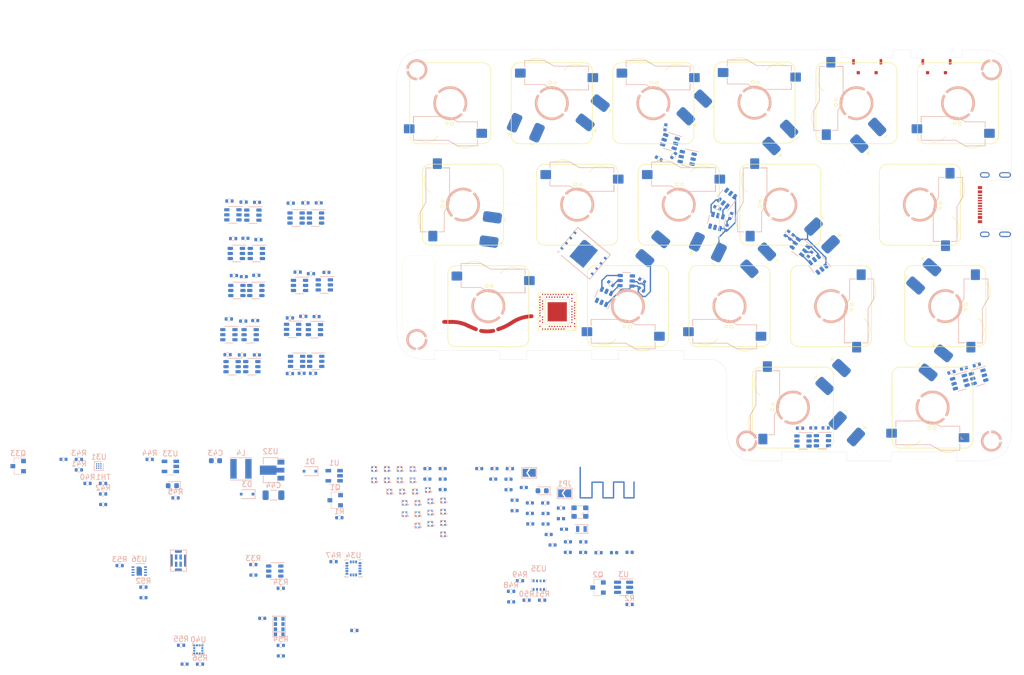
<source format=kicad_pcb>
(kicad_pcb (version 20211014) (generator pcbnew)
  (layers (0 "F.Cu" signal) (1 "In1.Cu" signal) (2 "In2.Cu" signal) (31 "B.Cu" signal) (34 "B.Paste" user) (35 "F.Paste" user) (36 "B.SilkS" user "B.Silkscreen") (37 "F.SilkS" user "F.Silkscreen") (38 "B.Mask" user) (39 "F.Mask" user) (44 "Edge.Cuts" user))
  (net 0 "")
  (net 1 "B1-")
  (net 2 "B+")
  (net 3 "B2-")
  (net 4 "B3-")
  (net 5 "B4-")
  (net 6 "B6-")
  (net 7 "B7-")
  (net 8 "B8-")
  (net 9 "B10-")
  (net 10 "B11-")
  (net 11 "B12-")
  (net 12 "GND")
  (net 13 "/MCU/RESET PIN")
  (net 16 "Net-(AE1-Pad1)")
  (net 17 "/MCU/P0.29")
  (net 18 "/MCU/P0.02")
  (net 19 "/MCU/P1.15")
  (net 20 "/MCU/P1.13")
  (net 21 "/MCU/P0.25")
  (net 22 "/MCU/P0.13")
  (net 23 "/MCU/P0.15")
  (net 24 "/MCU/P0.24")
  (net 25 "/MCU/P0.30")
  (net 26 "/MCU/P0.28")
  (net 27 "/MCU/P0.03")
  (net 28 "/MCU/P1.14")
  (net 29 "/MCU/P0.10")
  (net 30 "/MCU/P0.06")
  (net 31 "/MCU/P0.09")
  (net 32 "/MCU/P1.06")
  (net 33 "/MCU/P1.04")
  (net 34 "/MCU/P1.03")
  (net 35 "B5-")
  (net 36 "B9-")
  (net 37 "Net-(C1-Pad1)")
  (net 38 "Net-(C2-Pad1)")
  (net 39 "Net-(C3-Pad1)")
  (net 40 "Net-(C4-Pad1)")
  (net 41 "Net-(C5-Pad1)")
  (net 42 "Net-(C6-Pad1)")
  (net 43 "Net-(C7-Pad1)")
  (net 44 "Net-(C8-Pad1)")
  (net 45 "Net-(C9-Pad1)")
  (net 46 "Net-(C10-Pad1)")
  (net 47 "Net-(C11-Pad1)")
  (net 48 "Net-(C12-Pad1)")
  (net 49 "/LEDLane/Led_Vin")
  (net 50 "VBUS")
  (net 51 "B14-")
  (net 52 "B13-")
  (net 53 "SCL")
  (net 54 "B15-")
  (net 55 "Net-(C13-Pad1)")
  (net 56 "Net-(C14-Pad1)")
  (net 57 "Net-(C15-Pad1)")
  (net 58 "Net-(C22-Pad1)")
  (net 59 "Net-(C23-Pad1)")
  (net 60 "Net-(C34-Pad2)")
  (net 61 "Net-(C26-Pad2)")
  (net 62 "Net-(C36-Pad2)")
  (net 63 "Net-(C27-Pad2)")
  (net 64 "/Filter&Reg/VBAT")
  (net 65 "Net-(C29-Pad1)")
  (net 66 "Net-(D1-Pad1)")
  (net 67 "Net-(D2-Pad1)")
  (net 68 "Net-(D2-Pad2)")
  (net 69 "Net-(D3-Pad2)")
  (net 70 "Net-(D4-Pad1)")
  (net 71 "CC1")
  (net 72 "Net-(J1-PadA6)")
  (net 73 "Net-(J1-PadA7)")
  (net 74 "CC2")
  (net 76 "Net-(JP1-Pad1)")
  (net 77 "Net-(JP1-Pad2)")
  (net 78 "Net-(JP2-Pad1)")
  (net 79 "Net-(L1-Pad2)")
  (net 80 "Net-(L2-Pad2)")
  (net 81 "Net-(Q2-Pad1)")
  (net 83 "GND1")
  (net 84 "Net-(Q11-Pad3)")
  (net 86 "Net-(Q11-Pad1)")
  (net 88 "Net-(Q12-Pad3)")
  (net 90 "Net-(Q12-Pad1)")
  (net 92 "Net-(Q13-Pad3)")
  (net 94 "Net-(Q13-Pad1)")
  (net 96 "Net-(Q14-Pad3)")
  (net 98 "Net-(Q14-Pad1)")
  (net 100 "Net-(Q15-Pad3)")
  (net 102 "Net-(Q15-Pad1)")
  (net 104 "Net-(Q16-Pad3)")
  (net 106 "Net-(Q16-Pad1)")
  (net 108 "Net-(Q17-Pad3)")
  (net 110 "Net-(Q17-Pad1)")
  (net 112 "Net-(Q10-Pad4)")
  (net 114 "Net-(Q10-Pad6)")
  (net 115 "Net-(Q11-Pad2)")
  (net 117 "Net-(Q12-Pad2)")
  (net 119 "Net-(Q13-Pad2)")
  (net 121 "Net-(Q14-Pad2)")
  (net 123 "Net-(Q15-Pad2)")
  (net 125 "Net-(Q16-Pad2)")
  (net 127 "Net-(Q17-Pad2)")
  (net 129 "Net-(Q18-Pad2)")
  (net 132 "Net-(Q19-Pad4)")
  (net 134 "Net-(Q19-Pad6)")
  (net 136 "Net-(Q20-Pad4)")
  (net 138 "Net-(Q20-Pad6)")
  (net 140 "Net-(Q21-Pad4)")
  (net 142 "Net-(Q21-Pad6)")
  (net 144 "Net-(Q22-Pad4)")
  (net 146 "Net-(Q22-Pad6)")
  (net 147 "Net-(Q23-Pad2)")
  (net 149 "Net-(Q24-Pad2)")
  (net 151 "Net-(Q25-Pad2)")
  (net 153 "Net-(Q26-Pad2)")
  (net 155 "/ExtVcc/GND_EN")
  (net 156 "/LEDLane/Led_Ground")
  (net 157 "/MCU/BatOffPin")
  (net 158 "SDA")
  (net 159 "/FuelGauge/BatteryPin")
  (net 160 "Net-(C35-Pad2)")
  (net 161 "Net-(C37-Pad2)")
  (net 162 "Net-(C38-Pad1)")
  (net 163 "Net-(C39-Pad2)")
  (net 164 "/Gyro/Gyro_Interupt")
  (net 165 "/BAROMETRIC/CSB")
  (net 166 "/BAROMETRIC/SDO")
  (net 167 "/LIGHT/APDS_IRQ")
  (net 170 "Net-(U2-Pad3)")
  (net 172 "Net-(U4-Pad4)")
  (net 173 "Net-(U5-Pad4)")
  (net 174 "Net-(U6-Pad4)")
  (net 175 "Net-(U7-Pad4)")
  (net 176 "Net-(U8-Pad4)")
  (net 177 "Net-(U10-Pad1)")
  (net 178 "Net-(U10-Pad4)")
  (net 179 "Net-(U11-Pad4)")
  (net 180 "Net-(U12-Pad4)")
  (net 181 "Net-(U13-Pad4)")
  (net 182 "Net-(U14-Pad4)")
  (net 183 "Net-(U15-Pad4)")
  (net 184 "Net-(U16-Pad4)")
  (net 185 "Net-(U17-Pad4)")
  (net 186 "Net-(U18-Pad4)")
  (net 187 "Net-(U19-Pad4)")
  (net 188 "Net-(U20-Pad4)")
  (net 189 "Net-(U21-Pad4)")
  (net 190 "Net-(U22-Pad4)")
  (net 191 "Net-(U23-Pad4)")
  (net 192 "Net-(U24-Pad4)")
  (net 193 "Net-(U25-Pad4)")
  (net 194 "Net-(U26-Pad4)")
  (net 195 "/LEDLane/DIN")
  (net 196 "/MCU/D+")
  (net 197 "/MCU/D-")
  (net 198 "/MCU/P0.31")
  (net 200 "/MCU/SWC")
  (net 201 "DCCH")
  (net 202 "/MCU/P0.14")
  (net 203 "/MCU/P0.16")
  (net 204 "/FLASH/QSPI_SCK")
  (net 205 "/FLASH/QSPI_DATA3")
  (net 206 "/FLASH/QSPI_DATA2")
  (net 207 "/MCU/SWD")
  (net 208 "/FLASH/QSPI_DATA0")
  (net 209 "/FLASH/QSPI_CS")
  (net 210 "/FLASH/QSPI_DATA1")
  (net 211 "/MCU/P1.12")
  (net 212 "/MCU/PDM_DAT")
  (net 213 "/MCU/PDM_CLK")
  (net 214 "PROG")
  (net 215 "/MCU/P0.07")
  (net 216 "/MCU/P0.08")
  (net 217 "/MCU/P1.07")
  (net 218 "/MCU/P0.05")
  (net 222 "Net-(U37-Pad3)")
  (net 226 "Net-(C41-Pad2)")
  (net 227 "Net-(C49-Pad1)")
  (net 229 "Net-(Q27-Pad4)")
  (net 231 "Net-(Q27-Pad6)")
  (net 233 "Net-(Q28-Pad4)")
  (net 235 "Net-(Q28-Pad6)")
  (net 237 "Net-(Q29-Pad4)")
  (net 239 "Net-(Q29-Pad6)")
  (net 240 "Net-(Q30-Pad2)")
  (net 242 "Net-(Q31-Pad2)")
  (net 244 "Net-(Q32-Pad2)")
  (net 246 "Net-(R43-Pad1)")
  (net 247 "Net-(R43-Pad2)")
  (net 248 "Net-(R44-Pad2)")
  (net 249 "Net-(R45-Pad1)")
  (footprint "Library:BatteryV2" (layer "F.Cu") (at 177.918309 88.578937 -136)
    (fp_text reference "B6" hide)
    (fp_text value "Battery")
    (fp_line (start 10.35 13.65) (end 10.35 0.2) (layer "Edge.Cuts") (width 0.01))
    (fp_line (start 9.95 -0.2) (end 0.2 -0.2) (layer "Edge.Cuts") (width 0.01))
    (fp_line (start 9.25 10.600002) (end 9.25 13.65) (layer "Edge.Cuts") (width 0.01))
    (fp_line (start 0.9 13.65) (end 0.900002 10.6) (layer "Edge.Cuts") (width 0.01))
    (fp_line (start -0.2 0.2) (end -0.2 13.65) (layer "Edge.Cuts") (width 0.01))
    (fp_line (start 8.85 10.200002) (end 1.300002 10.2) (layer "Edge.Cuts") (width 0.01))
    (fp_arc (start 0.9 13.65) (mid 0.35 14.2) (end -0.2 13.65) (layer "Edge.Cuts") (width 0.01))
    (fp_arc (start 0.900002 10.6) (mid 1.01716 10.317158) (end 1.300002 10.2) (layer "Edge.Cuts") (width 0.01))
    (fp_arc (start 8.85 10.200002) (mid 9.132842 10.31716) (end 9.25 10.600002) (layer "Edge.Cuts") (width 0.01))
    (fp_arc (start 9.95 -0.2) (mid 10.232843 -0.082843) (end 10.35 0.2) (layer "Edge.Cuts") (width 0.01))
    (fp_arc (start -0.2 0.2) (mid -0.082842 -0.082843) (end 0.2 -0.2) (layer "Edge.Cuts") (width 0.01))
    (fp_arc (start 10.35 13.65) (mid 9.8 14.2) (end 9.25 13.65) (layer "Edge.Cuts") (width 0.01))
  )
  (footprint "Library:GateronHotswap" (layer "F.Cu") (at 194.5125 134.188524)
    (fp_text reference "REF**" hide)
    (fp_text value "GateronHotswap")
  )
  (footprint "Library:GateronHotswap" (layer "F.Cu") (at 104.025 77.038524)
    (fp_text reference "REF**" hide)
    (fp_text value "GateronHotswap")
  )
  (footprint "" (layer "F.Cu") (at 97.75 70.763524)
    (fp_text reference "")
    (fp_text value "")
  )
  (footprint "" (layer "F.Cu") (at 205.54995 70.763514 -90)
    (fp_text reference "")
    (fp_text value "")
  )
  (footprint "Library:USB-C_C168688" (layer "F.Cu") (at 203.802725 96.088524 -90)
    (fp_text reference "J1" hide)
    (fp_text value "USB-C USB 2.0 MC-372")
  )
  (footprint "Library:BatteryV2" (layer "F.Cu") (at 194.340207 88.380839 -137)
    (fp_text reference "B1" hide)
    (fp_text value "Battery")
    (fp_line (start 8.85 10.200002) (end 1.300002 10.2) (layer "Edge.Cuts") (width 0.01))
    (fp_line (start 10.35 13.65) (end 10.35 0.2) (layer "Edge.Cuts") (width 0.01))
    (fp_line (start 0.9 13.65) (end 0.900002 10.6) (layer "Edge.Cuts") (width 0.01))
    (fp_line (start -0.2 0.2) (end -0.2 13.65) (layer "Edge.Cuts") (width 0.01))
    (fp_line (start 9.25 10.600002) (end 9.25 13.65) (layer "Edge.Cuts") (width 0.01))
    (fp_line (start 9.95 -0.2) (end 0.2 -0.2) (layer "Edge.Cuts") (width 0.01))
    (fp_arc (start 8.85 10.200002) (mid 9.132842 10.31716) (end 9.25 10.600002) (layer "Edge.Cuts") (width 0.01))
    (fp_arc (start 0.900002 10.6) (mid 1.01716 10.317158) (end 1.300002 10.2) (layer "Edge.Cuts") (width 0.01))
    (fp_arc (start 9.95 -0.2) (mid 10.232843 -0.082843) (end 10.35 0.2) (layer "Edge.Cuts") (width 0.01))
    (fp_arc (start 0.9 13.65) (mid 0.35 14.2) (end -0.2 13.65) (layer "Edge.Cuts") (width 0.01))
    (fp_arc (start 10.35 13.65) (mid 9.8 14.2) (end 9.25 13.65) (layer "Edge.Cuts") (width 0.01))
    (fp_arc (start -0.2 0.2) (mid -0.082842 -0.082842) (end 0.2 -0.2) (layer "Edge.Cuts") (width 0.01))
  )
  (footprint "Library:GateronHotswap" (layer "F.Cu") (at 146.8875 96.088524 180)
    (fp_text reference "REF**" hide)
    (fp_text value "GateronHotswap")
  )
  (footprint "Library:GateronHotswap" (layer "F.Cu") (at 142.125 77.038524 180)
    (fp_text reference "REF**" hide)
    (fp_text value "GateronHotswap")
  )
  (footprint "Library:AQFN-73-1EP_7x7mm_P0.5mm_NRF52840-custom" (layer "F.Cu") (at 124.1 116.2 180)
    (fp_text reference "U30" hide)
    (fp_text value "nRF52840_aQFN73")
  )
  (footprint "Library:Button" (layer "F.Cu") (at 182.245953 71.013525)
    (fp_text reference "U1" hide)
    (fp_text value "Button")
    (fp_line (start -2.32 0) (end -2.32 -2.25) (layer "Edge.Cuts") (width 0.01))
    (fp_line (start 2.32 0) (end -2.32 0) (layer "Edge.Cuts") (width 0.01))
    (fp_line (start 2.32 0) (end 2.32 -2.25) (layer "Edge.Cuts") (width 0.01))
  )
  (footprint "Library:GateronHotswap" (layer "F.Cu") (at 199.275 77.038524)
    (fp_text reference "REF**" hide)
    (fp_text value "GateronHotswap")
  )
  (footprint "Library:BatteryV2" (layer "F.Cu") (at 180.55 105.3 48)
    (fp_text reference "B7" hide)
    (fp_text value "Battery")
    (fp_line (start -0.2 0.2) (end -0.2 13.65) (layer "Edge.Cuts") (width 0.01))
    (fp_line (start 9.95 -0.2) (end 0.2 -0.2) (layer "Edge.Cuts") (width 0.01))
    (fp_line (start 0.9 13.65) (end 0.900002 10.6) (layer "Edge.Cuts") (width 0.01))
    (fp_line (start 8.85 10.200002) (end 1.300002 10.2) (layer "Edge.Cuts") (width 0.01))
    (fp_line (start 10.35 13.65) (end 10.35 0.2) (layer "Edge.Cuts") (width 0.01))
    (fp_line (start 9.25 10.600002) (end 9.25 13.65) (layer "Edge.Cuts") (width 0.01))
    (fp_arc (start 0.900002 10.6) (mid 1.01716 10.317158) (end 1.300002 10.2) (layer "Edge.Cuts") (width 0.01))
    (fp_arc (start 8.85 10.200002) (mid 9.132842 10.31716) (end 9.25 10.600002) (layer "Edge.Cuts") (width 0.01))
    (fp_arc (start 9.95 -0.2) (mid 10.232843 -0.082843) (end 10.35 0.2) (layer "Edge.Cuts") (width 0.01))
    (fp_arc (start 0.9 13.65) (mid 0.35 14.2) (end -0.2 13.65) (layer "Edge.Cuts") (width 0.01))
    (fp_arc (start -0.2 0.2) (mid -0.082842 -0.082842) (end 0.2 -0.2) (layer "Edge.Cuts") (width 0.01))
    (fp_arc (start 10.35 13.65) (mid 9.8 14.2) (end 9.25 13.65) (layer "Edge.Cuts") (width 0.01))
  )
  (footprint "Library:GateronHotswap" (layer "F.Cu") (at 168.31875 134.188524 -90)
    (fp_text reference "REF**" hide)
    (fp_text value "GateronHotswap")
  )
  (footprint "Library:BatteryV2" (layer "F.Cu") (at 182.681534 125.846797 -42)
    (fp_text reference "B11" hide)
    (fp_text value "Battery")
    (fp_line (start 8.85 10.200002) (end 1.300002 10.2) (layer "Edge.Cuts") (width 0.01))
    (fp_line (start 9.95 -0.2) (end 0.2 -0.2) (layer "Edge.Cuts") (width 0.01))
    (fp_line (start 9.25 10.600002) (end 9.25 13.65) (layer "Edge.Cuts") (width 0.01))
    (fp_line (start 10.35 13.65) (end 10.35 0.2) (layer "Edge.Cuts") (width 0.01))
    (fp_line (start -0.2 0.2) (end -0.2 13.65) (layer "Edge.Cuts") (width 0.01))
    (fp_line (start 0.9 13.65) (end 0.900002 10.6) (layer "Edge.Cuts") (width 0.01))
    (fp_arc (start -0.2 0.2) (mid -0.082842 -0.082842) (end 0.2 -0.2) (layer "Edge.Cuts") (width 0.01))
    (fp_arc (start 9.95 -0.2) (mid 10.232843 -0.082843) (end 10.35 0.2) (layer "Edge.Cuts") (width 0.01))
    (fp_arc (start 0.9 13.65) (mid 0.35 14.2) (end -0.2 13.65) (layer "Edge.Cuts") (width 0.01))
    (fp_arc (start 10.35 13.65) (mid 9.8 14.2) (end 9.25 13.65) (layer "Edge.Cuts") (width 0.01))
    (fp_arc (start 8.85 10.200002) (mid 9.132842 10.31716) (end 9.25 10.600002) (layer "Edge.Cuts") (width 0.01))
    (fp_arc (start 0.900002 10.6) (mid 1.01716 10.317158) (end 1.300002 10.2) (layer "Edge.Cuts") (width 0.01))
  )
  (footprint "Library:BatteryV2" (layer "F.Cu") (at 124.193029 97.388894 -98)
    (fp_text reference "B13" hide)
    (fp_text value "Battery")
    (fp_line (start 9.25 10.600002) (end 9.25 13.65) (layer "Edge.Cuts") (width 0.01))
    (fp_line (start 0.9 13.65) (end 0.900002 10.6) (layer "Edge.Cuts") (width 0.01))
    (fp_line (start 10.35 13.65) (end 10.35 0.2) (layer "Edge.Cuts") (width 0.01))
    (fp_line (start 8.85 10.200002) (end 1.300002 10.2) (layer "Edge.Cuts") (width 0.01))
    (fp_line (start 9.95 -0.2) (end 0.2 -0.2) (layer "Edge.Cuts") (width 0.01))
    (fp_line (start -0.2 0.2) (end -0.2 13.65) (layer "Edge.Cuts") (width 0.01))
    (fp_arc (start -0.2 0.2) (mid -0.082842 -0.082842) (end 0.2 -0.2) (layer "Edge.Cuts") (width 0.01))
    (fp_arc (start 0.900002 10.6) (mid 1.01716 10.317158) (end 1.300002 10.2) (layer "Edge.Cuts") (width 0.01))
    (fp_arc (start 10.35 13.65) (mid 9.799999 14.2) (end 9.25 13.65) (layer "Edge.Cuts") (width 0.01))
    (fp_arc (start 8.85 10.200002) (mid 9.132842 10.31716) (end 9.25 10.600002) (layer "Edge.Cuts") (width 0.01))
    (fp_arc (start 9.95 -0.2) (mid 10.232842 -0.082843) (end 10.35 0.2) (layer "Edge.Cuts") (width 0.01))
    (fp_arc (start 0.9 13.65) (mid 0.35 14.2) (end -0.2 13.65) (layer "Edge.Cuts") (width 0.01))
  )
  (footprint "Library:GateronHotswap" (layer "F.Cu") (at 196.893751 115.138524 90)
    (fp_text reference "REF**" hide)
    (fp_text value "GateronHotswap")
  )
  (footprint "Library:GateronHotswap" (layer "F.Cu") (at 137.3625 115.138524)
    (fp_text reference "REF**" hide)
    (fp_text value "GateronHotswap")
  )
  (footprint "Library:ConicCorner" (layer "F.Cu") (at 207.299949 67.013524)
    (fp_text reference "REF**" hide)
    (fp_text value "ConicCorner" hide)
    (fp_line (start 0.685007 1.565378) (end 0.56 1.44) (layer "Edge.Cuts") (width 0.03))
    (fp_line (start -3.109557 0.029585) (end -3.326097 0.014735) (layer "Edge.Cuts") (width 0.03))
    (fp_line (start -2.476649 0.094994) (end -2.684833 0.069714) (layer "Edge.Cuts") (width 0.03))
    (fp_line (start 0.685007 1.565378) (end 0.803113 1.697657) (layer "Edge.Cuts") (width 0.03))
    (fp_line (start 1.589742 3.127744) (end 1.650704 3.30803) (layer "Edge.Cuts") (width 0.03))
    (fp_line (start -0.608282 0.620207) (end -0.77787 0.545713) (layer "Edge.Cuts") (width 0.03))
    (fp_line (start 0.434993 1.314622) (end 0.302343 1.196887) (layer "Edge.Cuts") (width 0.03))
    (fp_line (start 0.434993 1.314622) (end 0.56 1.44) (layer "Edge.Cuts") (width 0.03))
    (fp_line (start -1.127744 0.410258) (end -1.30803 0.349296) (layer "Edge.Cuts") (width 0.03))
    (fp_line (start 1.905006 4.476649) (end 1.930286 4.684833) (layer "Edge.Cuts") (width 0.03))
    (fp_line (start 1.970415 5.109557) (end 1.985265 5.326097) (layer "Edge.Cuts") (width 0.03))
    (fp_line (start 1.38 2.61) (end 1.454287 2.77787) (layer "Edge.Cuts") (width 0.03))
    (fp_curve (pts (xy 1.113416 2.13435) (xy 1.209506 2.286225) (xy 1.298275 2.444307) (xy 1.379793 2.608282)) (layer "Edge.Cuts") (width 0.03))
    (fp_curve (pts (xy -4 0) (xy -3.771346 0) (xy -3.546712 0.004911) (xy -3.326097 0.014735)) (layer "Edge.Cuts") (width 0.03))
    (fp_curve (pts (xy -0.608282 0.620207) (xy -0.444307 0.701725) (xy -0.286225 0.790494) (xy -0.13435 0.886584)) (layer "Edge.Cuts") (width 0.03))
    (fp_curve (pts (xy 1.650704 3.30803) (xy 1.705157 3.493399) (xy 1.753391 3.683603) (xy 1.795683 3.87844)) (layer "Edge.Cuts") (width 0.03))
    (fp_curve (pts (xy 1.985265 5.326097) (xy 1.995089 5.546712) (xy 2 5.771346) (xy 2 6)) (layer "Edge.Cuts") (width 0.03))
    (fp_curve (pts (xy 1.795683 3.87844) (xy 1.837975 4.073277) (xy 1.874324 4.272747) (xy 1.905006 4.476649)) (layer "Edge.Cuts") (width 0.03))
    (fp_curve (pts (xy -0.13435 0.886584) (xy 0.017526 0.982674) (xy 0.163194 1.086085) (xy 0.302343 1.196887)) (layer "Edge.Cuts") (width 0.03))
    (fp_curve (pts (xy 0.803113 1.697657) (xy 0.913915 1.836806) (xy 1.017326 1.982474) (xy 1.113416 2.13435)) (layer "Edge.Cuts") (width 0.03))
    (fp_curve (pts (xy 1.454287 2.77787) (xy 1.522015 2.952807) (xy 1.522015 2.952807) (xy 1.589742 3.127744)) (layer "Edge.Cuts") (width 0.03))
    (fp_curve (pts (xy -1.127744 0.410258) (xy -0.952807 0.477985) (xy -0.952807 0.477985) (xy -0.77787 0.545713)) (layer "Edge.Cuts") (width 0.03))
    (fp_curve (pts (xy -2.476649 0.094994) (xy -2.272747 0.125676) (xy -2.073277 0.162025) (xy -1.87844 0.204317)) (layer "Edge.Cuts") (width 0.03))
    (fp_curve (pts (xy 1.930286 4.684833) (xy 1.95035 4.897195) (xy 1.95035 4.897195) (xy 1.970415 5.109557)) (layer "Edge.Cuts") (width 0.03))
    (fp_curve (pts (xy -3.109557 0.029585) (xy -2.897195 0.04965) (xy -2.897195 0.04965) (xy -2.684833 0.069714)) (layer "Edge.Cuts") (width 0.03))
    (fp_curve (pts (xy -1.87844 0.204317) (xy -1.683603 0.246609) (xy -1.493399 0.294843) (xy -1.30803 0.349296)) (layer "Edge.Cuts") (width 0.03))
  )
  (footprint "Library:BatteryV2" (layer "F.Cu") (at 129.575 100.525 50)
    (fp_text reference "B14" hide)
    (fp_text value "Battery")
    (fp_line (start 9.25 10.600002) (end 9.25 13.65) (layer "Edge.Cuts") (width 0.01))
    (fp_line (start 8.85 10.200002) (end 1.300002 10.2) (layer "Edge.Cuts") (width 0.01))
    (fp_line (start 0.9 13.65) (end 0.900002 10.6) (layer "Edge.Cuts") (width 0.01))
    (fp_line (start -0.2 0.2) (end -0.2 13.65) (layer "Edge.Cuts") (width 0.01))
    (fp_line (start 9.95 -0.2) (end 0.2 -0.2) (layer "Edge.Cuts") (width 0.01))
    (fp_line (start 10.35 13.65) (end 10.35 0.2) (layer "Edge.Cuts") (width 0.01))
    (fp_arc (start 10.35 13.65) (mid 9.8 14.2) (end 9.25 13.65) (layer "Edge.Cuts") (width 0.01))
    (fp_arc (start 0.9 13.65) (mid 0.35 14.2) (end -0.2 13.65) (layer "Edge.Cuts") (width 0.01))
    (fp_arc (start -0.2 0.2) (mid -0.082842 -0.082842) (end 0.2 -0.2) (layer "Edge.Cuts") (width 0.01))
    (fp_arc (start 8.85 10.200002) (mid 9.132843 10.31716) (end 9.25 10.600002) (layer "Edge.Cuts") (width 0.01))
    (fp_arc (start 0.900002 10.6) (mid 1.01716 10.317158) (end 1.300002 10.2) (layer "Edge.Cuts") (width 0.01))
    (fp_arc (start 9.95 -0.2) (mid 10.232842 -0.082842) (end 10.35 0.2) (layer "Edge.Cuts") (width 0.01))
  )
  (footprint "" (layer "F.Cu") (at 205.549957 140.463525 180)
    (fp_text reference "")
    (fp_text value "")
  )
  (footprint "Library:BatteryV2" (layer "F.Cu") (at 178.878938 89.881692 -46)
    (fp_text reference "B5" hide)
    (fp_text value "Battery")
    (fp_line (start 9.95 -0.2) (end 0.2 -0.2) (layer "Edge.Cuts") (width 0.01))
    (fp_line (start 9.25 10.600002) (end 9.25 13.65) (layer "Edge.Cuts") (width 0.01))
    (fp_line (start -0.2 0.2) (end -0.2 13.65) (layer "Edge.Cuts") (width 0.01))
    (fp_line (start 10.35 13.65) (end 10.35 0.2) (layer "Edge.Cuts") (width 0.01))
    (fp_line (start 0.9 13.65) (end 0.900002 10.6) (layer "Edge.Cuts") (width 0.01))
    (fp_line (start 8.85 10.200002) (end 1.300002 10.2) (layer "Edge.Cuts") (width 0.01))
    (fp_arc (start 9.95 -0.2) (mid 10.232842 -0.082842) (end 10.35 0.2) (layer "Edge.Cuts") (width 0.01))
    (fp_arc (start 0.9 13.65) (mid 0.35 14.2) (end -0.2 13.65) (layer "Edge.Cuts") (width 0.01))
    (fp_arc (start 0.900002 10.6) (mid 1.01716 10.317158) (end 1.300002 10.2) (layer "Edge.Cuts") (width 0.01))
    (fp_arc (start -0.2 0.2) (mid -0.082842 -0.082843) (end 0.2 -0.2) (layer "Edge.Cuts") (width 0.01))
    (fp_arc (start 8.85 10.200002) (mid 9.132842 10.31716) (end 9.25 10.600002) (layer "Edge.Cuts") (width 0.01))
    (fp_arc (start 10.35 13.65) (mid 9.8 14.2) (end 9.25 13.65) (layer "Edge.Cuts") (width 0.01))
  )
  (footprint "Library:BatteryV2" (layer "F.Cu") (at 117.952058 94.664884 156)
    (fp_text reference "B2" hide)
    (fp_text value "Battery")
    (fp_line (start -0.2 0.2) (end -0.2 13.65) (layer "Edge.Cuts") (width 0.01))
    (fp_line (start 9.25 10.600002) (end 9.25 13.65) (layer "Edge.Cuts") (width 0.01))
    (fp_line (start 8.85 10.200002) (end 1.300002 10.2) (layer "Edge.Cuts") (width 0.01))
    (fp_line (start 0.9 13.65) (end 0.900002 10.6) (layer "Edge.Cuts") (width 0.01))
    (fp_line (start 9.95 -0.2) (end 0.2 -0.2) (layer "Edge.Cuts") (width 0.01))
    (fp_line (start 10.35 13.65) (end 10.35 0.2) (layer "Edge.Cuts") (width 0.01))
    (fp_arc (start 10.35 13.65) (mid 9.8 14.2) (end 9.25 13.65) (layer "Edge.Cuts") (width 0.01))
    (fp_arc (start 0.9 13.65) (mid 0.35 14.2) (end -0.2 13.65) (layer "Edge.Cuts") (width 0.01))
    (fp_arc (start 8.85 10.200002) (mid 9.132843 10.31716) (end 9.25 10.600002) (layer "Edge.Cuts") (width 0.01))
    (fp_arc (start 9.95 -0.2) (mid 10.232843 -0.082843) (end 10.35 0.2) (layer "Edge.Cuts") (width 0.01))
    (fp_arc (start 0.900002 10.6) (mid 1.01716 10.317158) (end 1.300002 10.2) (layer "Edge.Cuts") (width 0.01))
    (fp_arc (start -0.2 0.2) (mid -0.082842 -0.082842) (end 0.2 -0.2) (layer "Edge.Cuts") (width 0.01))
  )
  (footprint "Library:BatteryV2" (layer "F.Cu") (at 151.656124 117.070582 154)
    (fp_text reference "B9" hide)
    (fp_text value "Battery")
    (fp_line (start -0.2 0.2) (end -0.2 13.65) (layer "Edge.Cuts") (width 0.01))
    (fp_line (start 9.95 -0.2) (end 0.2 -0.2) (layer "Edge.Cuts") (width 0.01))
    (fp_line (start 0.9 13.65) (end 0.900002 10.6) (layer "Edge.Cuts") (width 0.01))
    (fp_line (start 8.85 10.200002) (end 1.300002 10.2) (layer "Edge.Cuts") (width 0.01))
    (fp_line (start 10.35 13.65) (end 10.35 0.2) (layer "Edge.Cuts") (width 0.01))
    (fp_line (start 9.25 10.600002) (end 9.25 13.65) (layer "Edge.Cuts") (width 0.01))
    (fp_arc (start -0.2 0.2) (mid -0.082842 -0.082842) (end 0.2 -0.2) (layer "Edge.Cuts") (width 0.01))
    (fp_arc (start 0.900002 10.6) (mid 1.01716 10.317158) (end 1.300002 10.2) (layer "Edge.Cuts") (width 0.01))
    (fp_arc (start 8.85 10.200002) (mid 9.132842 10.31716) (end 9.25 10.600002) (layer "Edge.Cuts") (width 0.01))
    (fp_arc (start 9.95 -0.2) (mid 10.232842 -0.082842) (end 10.35 0.2) (layer "Edge.Cuts") (width 0.01))
    (fp_arc (start 0.9 13.65) (mid 0.35 14.2) (end -0.2 13.65) (layer "Edge.Cuts") (width 0.01))
    (fp_arc (start 10.35 13.65) (mid 9.8 14.2) (end 9.25 13.65) (layer "Edge.Cuts") (width 0.01))
  )
  (footprint "Library:GateronHotswap" (layer "F.Cu") (at 175.462499 115.138524 90)
    (fp_text reference "REF**" hide)
    (fp_text value "GateronHotswap")
  )
  (footprint "Library:ConicCorner" (layer "F.Cu") (at 157.9125 144.213524 180)
    (fp_text reference "REF**" hide)
    (fp_text value "ConicCorner" hide)
    (fp_line (start -2.476649 0.094994) (end -2.684833 0.069714) (layer "Edge.Cuts") (width 0.03))
    (fp_line (start 1.38 2.61) (end 1.454287 2.77787) (layer "Edge.Cuts") (width 0.03))
    (fp_line (start 0.434993 1.314622) (end 0.302343 1.196887) (layer "Edge.Cuts") (width 0.03))
    (fp_line (start 0.685007 1.565378) (end 0.56 1.44) (layer "Edge.Cuts") (width 0.03))
    (fp_line (start 1.905006 4.476649) (end 1.930286 4.684833) (layer "Edge.Cuts") (width 0.03))
    (fp_line (start -1.127744 0.410258) (end -1.30803 0.349296) (layer "Edge.Cuts") (width 0.03))
    (fp_line (start 0.685007 1.565378) (end 0.803113 1.697657) (layer "Edge.Cuts") (width 0.03))
    (fp_line (start 1.589742 3.127744) (end 1.650704 3.30803) (layer "Edge.Cuts") (width 0.03))
    (fp_line (start -3.109557 0.029585) (end -3.326097 0.014735) (layer "Edge.Cuts") (width 0.03))
    (fp_line (start -0.608282 0.620207) (end -0.77787 0.545713) (layer "Edge.Cuts") (width 0.03))
    (fp_line (start 0.434993 1.314622) (end 0.56 1.44) (layer "Edge.Cuts") (width 0.03))
    (fp_line (start 1.970415 5.109557) (end 1.985265 5.326097) (layer "Edge.Cuts") (width 0.03))
    (fp_curve (pts (xy 1.795683 3.87844) (xy 1.837975 4.073277) (xy 1.874324 4.272747) (xy 1.905006 4.476649)) (layer "Edge.Cuts") (width 0.03))
    (fp_curve (pts (xy -0.13435 0.886584) (xy 0.017526 0.982674) (xy 0.163194 1.086085) (xy 0.302343 1.196887)) (layer "Edge.Cuts") (width 0.03))
    (fp_curve (pts (xy -1.87844 0.204317) (xy -1.683603 0.246609) (xy -1.493399 0.294843) (xy -1.30803 0.349296)) (layer "Edge.Cuts") (width 0.03))
    (fp_curve (pts (xy 1.930286 4.684833) (xy 1.95035 4.897195) (xy 1.95035 4.897195) (xy 1.970415 5.109557)) (layer "Edge.Cuts") (width 0.03))
    (fp_curve (pts (xy -4 0) (xy -3.771346 0) (xy -3.546712 0.004911) (xy -3.326097 0.014735)) (layer "Edge.Cuts") (width 0.03))
    (fp_curve (pts (xy -3.109557 0.029585) (xy -2.897195 0.04965) (xy -2.897195 0.04965) (xy -2.684833 0.069714)) (layer "Edge.Cuts") (width 0.03))
    (fp_curve (pts (xy -1.127744 0.410258) (xy -0.952807 0.477985) (xy -0.952807 0.477985) (xy -0.77787 0.545713)) (layer "Edge.Cuts") (width 0.03))
    (fp_curve (pts (xy 1.113416 2.13435) (xy 1.209506 2.286225) (xy 1.298275 2.444307) (xy 1.379793 2.608282)) (layer "Edge.Cuts") (width 0.03))
    (fp_curve (pts (xy 1.650704 3.30803) (xy 1.705157 3.493399) (xy 1.753391 3.683603) (xy 1.795683 3.87844)) (layer "Edge.Cuts") (width 0.03))
    (fp_curve (pts (xy 0.803113 1.697657) (xy 0.913915 1.836806) (xy 1.017326 1.982474) (xy 1.113416 2.13435)) (layer "Edge.Cuts") (width 0.03))
    (fp_curve (pts (xy 1.454287 2.77787) (xy 1.522015 2.952807) (xy 1.522015 2.952807) (xy 1.589742 3.127744)) (layer "Edge.Cuts") (width 0.03))
    (fp_curve (pts (xy -2.476649 0.094994) (xy -2.272747 0.125676) (xy -2.073277 0.162025) (xy -1.87844 0.204317)) (layer "Edge.Cuts") (width 0.03))
    (fp_curve (pts (xy 1.985265 5.326097) (xy 1.995089 5.546712) (xy 2 5.771346) (xy 2 6)) (layer "Edge.Cuts") (width 0.03))
    (fp_curve (pts (xy -0.608282 0.620207) (xy -0.444307 0.701725) (xy -0.286225 0.790494) (xy -0.13435 0.886584)) (layer "Edge.Cuts") (width 0.03))
  )
  (footprint "Library:GateronHotswap" (layer "F.Cu") (at 123.075 77.038524 180)
    (fp_text reference "REF**" hide)
    (fp_text value "GateronHotswap")
  )
  (footprint "Library:GateronHotswap" (layer "F.Cu") (at 165.9375 96.088524 -90)
    (fp_text reference "REF**" hide)
    (fp_text value "GateronHotswap")
  )
  (footprint "Library:BatteryV2" (layer "F.Cu") (at 182.5956 122.180151 51)
    (fp_text reference "B10" hide)
    (fp_text value "Battery")
    (fp_line (start 10.35 13.65) (end 10.35 0.2) (layer "Edge.Cuts") (width 0.01))
    (fp_line (start 9.25 10.600002) (end 9.25 13.65) (layer "Edge.Cuts") (width 0.01))
    (fp_line (start 0.9 13.65) (end 0.900002 10.6) (layer "Edge.Cuts") (width 0.01))
    (fp_line (start -0.2 0.2) (end -0.2 13.65) (layer "Edge.Cuts") (width 0.01))
    (fp_line (start 9.95 -0.2) (end 0.2 -0.2) (layer "Edge.Cuts") (width 0.01))
    (fp_line (start 8.85 10.200002) (end 1.300002 10.2) (layer "Edge.Cuts") (width 0.01))
    (fp_arc (start 8.85 10.200002) (mid 9.132842 10.31716) (end 9.25 10.600002) (layer "Edge.Cuts") (width 0.01))
    (fp_arc (start -0.2 0.2) (mid -0.082842 -0.082842) (end 0.2 -0.2) (layer "Edge.Cuts") (width 0.01))
    (fp_arc (start 9.95 -0.2) (mid 10.232842 -0.082842) (end 10.35 0.2) (layer "Edge.Cuts") (width 0.01))
    (fp_arc (start 0.9 13.65) (mid 0.35 14.2) (end -0.2 13.65) (layer "Edge.Cuts") (width 0.01))
    (fp_arc (start 0.900002 10.6) (mid 1.01716 10.317158) (end 1.300002 10.2) (layer "Edge.Cuts") (width 0.01))
    (fp_arc (start 10.35 13.65) (mid 9.8 14.2) (end 9.25 13.65) (layer "Edge.Cuts") (width 0.01))
  )
  (footprint "" (layer "F.Cu") (at 97.75 121.413526 90)
    (fp_text reference "")
    (fp_text value "")
  )
  (footprint "Library:GateronHotswap" (layer "F.Cu") (at 127.8375 96.088524 180)
    (fp_text reference "REF**" hide)
    (fp_text value "GateronHotswap")
  )
  (footprint "Library:ConicCorner" (layer "F.Cu") (at 96 125.163524 180)
    (fp_text reference "REF**" hide)
    (fp_text value "ConicCorner" hide)
    (fp_line (start -3.109557 0.029585) (end -3.326097 0.014735) (layer "Edge.Cuts") (width 0.03))
    (fp_line (start -2.476649 0.094994) (end -2.684833 0.069714) (layer "Edge.Cuts") (width 0.03))
    (fp_line (start -1.127744 0.410258) (end -1.30803 0.349296) (layer "Edge.Cuts") (width 0.03))
    (fp_line (start 1.589742 3.127744) (end 1.650704 3.30803) (layer "Edge.Cuts") (width 0.03))
    (fp_line (start 1.905006 4.476649) (end 1.930286 4.684833) (layer "Edge.Cuts") (width 0.03))
    (fp_line (start 1.970415 5.109557) (end 1.985265 5.326097) (layer "Edge.Cuts") (width 0.03))
    (fp_line (start 0.685007 1.565378) (end 0.803113 1.697657) (layer "Edge.Cuts") (width 0.03))
    (fp_line (start 0.434993 1.314622) (end 0.302343 1.196887) (layer "Edge.Cuts") (width 0.03))
    (fp_line (start 0.434993 1.314622) (end 0.56 1.44) (layer "Edge.Cuts") (width 0.03))
    (fp_line (start 0.685007 1.565378) (end 0.56 1.44) (layer "Edge.Cuts") (width 0.03))
    (fp_line (start -0.608282 0.620207) (end -0.77787 0.545713) (layer "Edge.Cuts") (width 0.03))
    (fp_line (start 1.38 2.61) (end 1.454287 2.77787) (layer "Edge.Cuts") (width 0.03))
    (fp_curve (pts (xy -1.127744 0.410258) (xy -0.952807 0.477985) (xy -0.952807 0.477985) (xy -0.77787 0.545713)) (layer "Edge.Cuts") (width 0.03))
    (fp_curve (pts (xy -3.109557 0.029585) (xy -2.897195 0.04965) (xy -2.897195 0.04965) (xy -2.684833 0.069714)) (layer "Edge.Cuts") (width 0.03))
    (fp_curve (pts (xy 1.113416 2.13435) (xy 1.209506 2.286225) (xy 1.298275 2.444307) (xy 1.379793 2.608282)) (layer "Edge.Cuts") (width 0.03))
    (fp_curve (pts (xy 1.795683 3.87844) (xy 1.837975 4.073277) (xy 1.874324 4.272747) (xy 1.905006 4.476649)) (layer "Edge.Cuts") (width 0.03))
    (fp_curve (pts (xy -0.608282 0.620207) (xy -0.444307 0.701725) (xy -0.286225 0.790494) (xy -0.13435 0.886584)) (layer "Edge.Cuts") (width 0.03))
    (fp_curve (pts (xy 1.650704 3.30803) (xy 1.705157 3.493399) (xy 1.753391 3.683603) (xy 1.795683 3.87844)) (layer "Edge.Cuts") (width 0.03))
    (fp_curve (pts (xy -0.13435 0.886584) (xy 0.017526 0.982674) (xy 0.163194 1.086085) (xy 0.302343 1.196887)) (layer "Edge.Cuts") (width 0.03))
    (fp_curve (pts (xy 1.454287 2.77787) (xy 1.522015 2.952807) (xy 1.522015 2.952807) (xy 1.589742 3.127744)) (layer "Edge.Cuts") (width 0.03))
    (fp_curve (pts (xy -4 0) (xy -3.771346 0) (xy -3.546712 0.004911) (xy -3.326097 0.014735)) (layer "Edge.Cuts") (width 0.03))
    (fp_curve (pts (xy 0.803113 1.697657) (xy 0.913915 1.836806) (xy 1.017326 1.982474) (xy 1.113416 2.13435)) (layer "Edge.Cuts") (width 0.03))
    (fp_curve (pts (xy -2.476649 0.094994) (xy -2.272747 0.125676) (xy -2.073277 0.162025) (xy -1.87844 0.204317)) (layer "Edge.Cuts") (width 0.03))
    (fp_curve (pts (xy 1.985265 5.326097) (xy 1.995089 5.546712) (xy 2 5.771346) (xy 2 6)) (layer "Edge.Cuts") (width 0.03))
    (fp_curve (pts (xy -1.87844 0.204317) (xy -1.683603 0.246609) (xy -1.493399 0.294843) (xy -1.30803 0.349296)) (layer "Edge.Cuts") (width 0.03))
    (fp_curve (pts (xy 1.930286 4.684833) (xy 1.95035 4.897195) (xy 1.95035 4.897195) (xy 1.970415 5.109557)) (layer "Edge.Cuts") (width 0.03))
  )
  (footprint "Library:BatteryV2" (layer "F.Cu") (at 143.325 82.225 -128)
    (fp_text reference "B12" hide)
    (fp_text value "Battery")
    (fp_line (start 0.9 13.65) (end 0.900002 10.6) (layer "Edge.Cuts") (width 0.01))
    (fp_line (start 10.35 13.65) (end 10.35 0.2) (layer "Edge.Cuts") (width 0.01))
    (fp_line (start 8.85 10.200002) (end 1.300002 10.2) (layer "Edge.Cuts") (width 0.01))
    (fp_line (start 9.95 -0.2) (end 0.2 -0.2) (layer "Edge.Cuts") (width 0.01))
    (fp_line (start 9.25 10.600002) (end 9.25 13.65) (layer "Edge.Cuts") (width 0.01))
    (fp_line (start -0.2 0.2) (end -0.2 13.65) (layer "Edge.Cuts") (width 0.01))
    (fp_arc (start 0.900002 10.6) (mid 1.01716 10.317158) (end 1.300002 10.2) (layer "Edge.Cuts") (width 0.01))
    (fp_arc (start 10.35 13.65) (mid 9.8 14.2) (end 9.25 13.65) (layer "Edge.Cuts") (width 0.01))
    (fp_arc (start -0.2 0.2) (mid -0.082842 -0.082842) (end 0.2 -0.2) (layer "Edge.Cuts") (width 0.01))
    (fp_arc (start 0.9 13.65) (mid 0.35 14.2) (end -0.2 13.65) (layer "Edge.Cuts") (width 0.01))
    (fp_arc (start 9.95 -0.2) (mid 10.232843 -0.082843) (end 10.35 0.2) (layer "Edge.Cuts") (width 0.01))
    (fp_arc (start 8.85 10.200002) (mid 9.132842 10.31716) (end 9.25 10.600002) (layer "Edge.Cuts") (width 0.01))
  )
  (footprint "Library:BatteryV2" (layer "F.Cu") (at 163.612634 123.971715 47)
    (fp_text reference "B4" hide)
    (fp_text value "Battery")
    (fp_line (start 10.35 13.65) (end 10.35 0.2) (layer "Edge.Cuts") (width 0.01))
    (fp_line (start 0.9 13.65) (end 0.900002 10.6) (layer "Edge.Cuts") (width 0.01))
    (fp_line (start 9.25 10.600002) (end 9.25 13.65) (layer "Edge.Cuts") (width 0.01))
    (fp_line (start -0.2 0.2) (end -0.2 13.65) (layer "Edge.Cuts") (width 0.01))
    (fp_line (start 9.95 -0.2) (end 0.2 -0.2) (layer "Edge.Cuts") (width 0.01))
    (fp_line (start 8.85 10.200002) (end 1.300002 10.2) (layer "Edge.Cuts") (width 0.01))
    (fp_arc (start -0.2 0.2) (mid -0.082842 -0.082842) (end 0.2 -0.2) (layer "Edge.Cuts") (width 0.01))
    (fp_arc (start 8.85 10.200002) (mid 9.132842 10.31716) (end 9.25 10.600002) (layer "Edge.Cuts") (width 0.01))
    (fp_arc (start 9.95 -0.2) (mid 10.232842 -0.082842) (end 10.35 0.2) (layer "Edge.Cuts") (width 0.01))
    (fp_arc (start 0.900002 10.6) (mid 1.01716 10.317158) (end 1.300002 10.2) (layer "Edge.Cuts") (width 0.01))
    (fp_arc (start 0.9 13.65) (mid 0.35 14.2) (end -0.2 13.65) (layer "Edge.Cuts") (width 0.01))
    (fp_arc (start 10.35 13.65) (mid 9.8 14.2) (end 9.25 13.65) (layer "Edge.Cuts") (width 0.01))
  )
  (footprint "Library:GateronHotswap" (layer "F.Cu") (at 111.16875 115.138524 180)
    (fp_text reference "REF**" hide)
    (fp_text value "GateronHotswap")
  )
  (footprint "Library:GateronHotswap" (layer "F.Cu") (at 180.225 77.038524 -90)
    (fp_text reference "REF**" hide)
    (fp_text value "GateronHotswap")
  )
  (footprint "Library:Button" (layer "F.Cu") (at 195.245952 71.013522)
    (fp_text reference "U2" hide)
    (fp_text value "Button")
    (fp_line (start 2.32 0) (end -2.32 0) (layer "Edge.Cuts") (width 0.01))
    (fp_line (start 2.32 0) (end 2.32 -2.25) (layer "Edge.Cuts") (width 0.01))
    (fp_line (start -2.32 0) (end -2.32 -2.25) (layer "Edge.Cuts") (width 0.01))
  )
  (footprint "Library:GateronHotswap" (layer "F.Cu") (at 161.111744 76.937516 180)
    (fp_text reference "REF**" hide)
    (fp_text value "GateronHotswap")
  )
  (footprint "Library:BatteryV2" (layer "F.Cu") (at 173.768309 111.628937 -136)
    (fp_text reference "B8" hide)
    (fp_text value "Battery")
    (fp_line (start 10.35 13.65) (end 10.35 0.2) (layer "Edge.Cuts") (width 0.01))
    (fp_line (start 8.85 10.200002) (end 1.300002 10.2) (layer "Edge.Cuts") (width 0.01))
    (fp_line (start 0.9 13.65) (end 0.900002 10.6) (layer "Edge.Cuts") (width 0.01))
    (fp_line (start 9.95 -0.2) (end 0.2 -0.2) (layer "Edge.Cuts") (width 0.01))
    (fp_line (start -0.2 0.2) (end -0.2 13.65) (layer "Edge.Cuts") (width 0.01))
    (fp_line (start 9.25 10.600002) (end 9.25 13.65) (layer "Edge.Cuts") (width 0.01))
    (fp_arc (start 8.85 10.200002) (mid 9.132842 10.31716) (end 9.25 10.600002) (layer "Edge.Cuts") (width 0.01))
    (fp_arc (start 0.9 13.65) (mid 0.35 14.2) (end -0.2 13.65) (layer "Edge.Cuts") (width 0.01))
    (fp_arc (start -0.2 0.2) (mid -0.082842 -0.082843) (end 0.2 -0.2) (layer "Edge.Cuts") (width 0.01))
    (fp_arc (start 9.95 -0.2) (mid 10.232843 -0.082843) (end 10.35 0.2) (layer "Edge.Cuts") (width 0.01))
    (fp_arc (start 0.900002 10.6) (mid 1.01716 10.317158) (end 1.300002 10.2) (layer "Edge.Cuts") (width 0.01))
    (fp_arc (start 10.35 13.65) (mid 9.8 14.2) (end 9.25 13.65) (layer "Edge.Cuts") (width 0.01))
  )
  (footprint "" (layer "F.Cu") (at 159.6625 140.463526 90)
    (fp_text reference "")
    (fp_text value "")
  )
  (footprint "Library:GateronHotswap" (layer "F.Cu") (at 192.13125 96.088523 90)
    (fp_text reference "REF**" hide)
    (fp_text value "GateronHotswap")
  )
  (footprint "Library:BatteryV2" (layer "F.Cu") (at 161.975 82.525 -134)
    (fp_text reference "B3" hide)
    (fp_text value "Battery")
    (fp_line (start -0.2 0.2) (end -0.2 13.65) (layer "Edge.Cuts") (width 0.01))
    (fp_line (start 0.9 13.65) (end 0.900002 10.6) (layer "Edge.Cuts") (width 0.01))
    (fp_line (start 9.25 10.600002) (end 9.25 13.65) (layer "Edge.Cuts") (width 0.01))
    (fp_line (start 10.35 13.65) (end 10.35 0.2) (layer "Edge.Cuts") (width 0.01))
    (fp_line (start 8.85 10.200002) (end 1.300002 10.2) (layer "Edge.Cuts") (width 0.01))
    (fp_line (start 9.95 -0.2) (end 0.2 -0.2) (layer "Edge.Cuts") (width 0.01))
    (fp_arc (start 9.95 -0.2) (mid 10.232843 -0.082843) (end 10.35 0.2) (layer "Edge.Cuts") (width 0.01))
    (fp_arc (start 10.35 13.65) (mid 9.8 14.2) (end 9.25 13.65) (layer "Edge.Cuts") (width 0.01))
    (fp_arc (start 0.900002 10.6) (mid 1.01716 10.317158) (end 1.300002 10.2) (layer "Edge.Cuts") (width 0.01))
    (fp_arc (start 8.85 10.200002) (mid 9.132842 10.31716) (end 9.25 10.600002) (layer "Edge.Cuts") (width 0.01))
    (fp_arc (start -0.2 0.2) (mid -0.082842 -0.082843) (end 0.2 -0.2) (layer "Edge.Cuts") (width 0.01))
    (fp_arc (start 0.9 13.65) (mid 0.35 14.2) (end -0.2 13.65) (layer "Edge.Cuts") (width 0.01))
  )
  (footprint "Library:GateronHotswap" (layer "F.Cu") (at 156.4125 115.138524)
    (fp_text reference "REF**" hide)
    (fp_text value "GateronHotswap")
  )
  (footprint "Library:GateronHotswap" (layer "F.Cu") (at 106.40625 96.088524 -90)
    (fp_text reference "REF**" hide)
    (fp_text value "GateronHotswap")
  )
  (footprint "Resistor_SMD:R_0402_1005Metric" (layer "B.Cu") (at 65.1875 117.95 180)
    (fp_text reference "R12" hide)
    (fp_text value "100")
  )
  (footprint "Diode_SMD:D_SOD-323F" (layer "B.Cu") (at 77.695229 146.13 180)
    (fp_text reference "D1")
    (fp_text value "1N5819")
  )
  (footprint "Library:SOT-23-6-Small" (layer "B.Cu") (at 75.2 125.5 180)
    (fp_text reference "Q14" hide)
    (fp_text value "DW01")
  )
  (footprint "Capacitor_SMD:C_0402_1005Metric" (layer "B.Cu") (at 68.75 173.74 180)
    (fp_text reference "C48" hide)
    (fp_text value "0.1uF")
  )
  (footprint "Capacitor_SMD:C_0402_1005Metric" (layer "B.Cu") (at 121.905229 156.04 180)
    (fp_text reference "C34" hide)
    (fp_text value "820pF")
  )
  (footprint "Library:Led-ARGB" (layer "B.Cu") (at 97.870229 152.075 180)
    (fp_text reference "U10" hide)
    (fp_text value "WS2812B_-_1010")
  )
  (footprint "Package_TO_SOT_SMD:SOT-23" (layer "B.Cu") (at 131.745229 167.97 180)
    (fp_text reference "Q2")
    (fp_text value "AO3407")
  )
  (footprint "Library:SOT-23-6-Small" (layer "B.Cu") (at 63.25 98 180)
    (fp_text reference "Q30" hide)
    (fp_text value "DW01")
  )
  (footprint "Resistor_SMD:R_0402_1005Metric" (layer "B.Cu") (at 68.05 102.65 180)
    (fp_text reference "R26" hide)
    (fp_text value "100")
  )
  (footprint "Resistor_SMD:R_0402_1005Metric" (layer "B.Cu") (at 46.455229 167.895 180)
    (fp_text reference "R52")
    (fp_text value "10K")
  )
  (footprint "Library:SOT-23-6-Small" (layer "B.Cu") (at 169.65 104.049993 142)
    (fp_text reference "Q15" hide)
    (fp_text value "DW01")
  )
  (footprint "Resistor_SMD:R_0402_1005Metric" (layer "B.Cu") (at 53.53 178.8 180)
    (fp_text reference "R55")
    (fp_text value "10K")
  )
  (footprint "Capacitor_SMD:C_0402_1005Metric" (layer "B.Cu") (at 31.47 143.89 180)
    (fp_text reference "C42" hide)
    (fp_text value "0.1uF")
  )
  (footprint "Resistor_SMD:R_0402_1005Metric" (layer "B.Cu") (at 76.85 95.75 180)
    (fp_text reference "R32" hide)
    (fp_text value "100")
  )
  (footprint "Capacitor_SMD:C_0402_1005Metric" (layer "B.Cu") (at 65.6 102.4 180)
    (fp_text reference "C12" hide)
    (fp_text value "100nF")
  )
  (footprint "Resistor_SMD:R_0402_1005Metric" (layer "B.Cu") (at 74.1 95.8 180)
    (fp_text reference "R29" hide)
    (fp_text value "1K")
  )
  (footprint "Capacitor_SMD:C_0402_1005Metric" (layer "B.Cu") (at 139.875 112.025 144)
    (fp_text reference "C14" hide)
    (fp_text value "100nF")
  )
  (footprint "Library:Led-ARGB" (layer "B.Cu") (at 97.870229 154.195 180)
    (fp_text reference "U7" hide)
    (fp_text value "WS2812B_-_1010")
  )
  (footprint "Inductor_SMD:L_0402_1005Metric" (layer "B.Cu") (at 134.755229 161.42 180)
    (fp_text reference "L3" hide)
    (fp_text value "3.9nH")
  )
  (footprint "Library:Led-ARGB" (layer "B.Cu") (at 94.540229 147.835 180)
    (fp_text reference "U12" hide)
    (fp_text value "WS2812B_-_1010")
  )
  (footprint "Library:SOT-23-6-Small" (layer "B.Cu") (at 78.7875 125.5 180)
    (fp_text reference "Q6" hide)
    (fp_text value "8205A")
  )
  (footprint "Library:SOT-23-6-Small" (layer "B.Cu") (at 145.24 84.26 162)
    (fp_text reference "Q13" hide)
    (fp_text value "DW01")
  )
  (footprint "Library:Led-ARGB" (layer "B.Cu") (at 102.690229 155.865 180)
    (fp_text reference "U16" hide)
    (fp_text value "WS2812B_-_1010")
  )
  (footprint "Sensor_Humidity:Sensirion_DFN-8-1EP_2.5x2.5mm_P0.5mm_EP1.1x1.7mm" (layer "B.Cu") (at 45.685229 164.875 180)
    (fp_text reference "U36")
    (fp_text value "SHT30-DIS")
  )
  (footprint "Library:SOT-23-6-Small" (layer "B.Cu") (at 199.629679 129.385693 -164)
    (fp_text reference "Q20" hide)
    (fp_text value "8205A")
  )
  (footprint "Library:Led-ARGB" (layer "B.Cu") (at 92.590229 149.955 180)
    (fp_text reference "U5" hide)
    (fp_text value "WS2812B_-_1010")
  )
  (footprint "Resistor_SMD:R_0402_1005Metric" (layer "B.Cu") (at 52.49 151.14 180)
    (fp_text reference "R45")
    (fp_text value "12K")
  )
  (footprint "Crystal:Crystal_SMD_2012-2Pin_2.0x1.2mm" (layer "B.Cu") (at 128.625229 156.98 180)
    (fp_text reference "X1" hide)
    (fp_text value "32.768 kHz")
  )
  (footprint "Capacitor_SMD:C_0402_1005Metric" (layer "B.Cu") (at 128.955229 161.38 180)
    (fp_text reference "C22" hide)
    (fp_text value "12pF")
  )
  (footprint "Library:SOT-23-6-Small" (layer "B.Cu") (at 203.140051 128.431125 -164)
    (fp_text reference "Q24" hide)
    (fp_text value "DW01")
  )
  (footprint "Library:SOT-23-6-Small" (layer "B.Cu") (at 62.5 120.5 180)
    (fp_text reference "Q4" hide)
    (fp_text value "8205A")
  )
  (footprint "Capacitor_SMD:C_0402_1005Metric" (layer "B.Cu") (at 126.085229 161.36 180)
    (fp_text reference "C37" hide)
    (fp_text value "12pF")
  )
  (footprint "Resistor_SMD:R_0402_1005Metric" (layer "B.Cu") (at 38.89 148.41 180)
    (fp_text reference "TH1")
    (fp_text value "Thermistor_NTC")
  )
  (footprint "Library:crystal 32mhz" (layer "B.Cu") (at 128.350229 153.805 180)
    (fp_text reference "X2" hide)
    (fp_text value "32MHZ")
  )
  (footprint "Resistor_SMD:R_0402_1005Metric" (layer "B.Cu") (at 67.08 163.65 180)
    (fp_text reference "R33")
    (fp_text value "5.1K")
  )
  (footprint "LED_SMD:LED_0603_1608Metric" (layer "B.Cu") (at 121.265229 149.8 180)
    (fp_text reference "D2" hide)
    (fp_text value "BLUE")
  )
  (footprint "Resistor_SMD:R_0402_1005Metric" (layer "B.Cu") (at 169.64 138.05 180)
    (fp_text reference "R21" hide)
    (fp_text value "1K")
  )
  (footprint "Library:SOT-23-6-Small" (layer "B.Cu") (at 155.925 94.875 52)
    (fp_text reference "Q23" hide)
    (fp_text value "DW01")
  )
  (footprint "Capacitor_SMD:C_0402_1005Metric" (layer "B.Cu") (at 125.365229 157.02 180)
    (fp_text reference "C24" hide)
    (fp_text value "4.7uF")
  )
  (footprint "Capacitor_SMD:C_0402_1005Metric" (layer "B.Cu") (at 67.4375 117.85 180)
    (fp_text reference "C2" hide)
    (fp_text value "100nF")
  )
  (footprint "Resistor_SMD:R_0402_1005Metric" (layer "B.Cu") (at 131.845229 161.42 180)
    (fp_text reference "R37" hide)
    (fp_text value "4.7K")
  )
  (footprint "Capacitor_SMD:C_0402_1005Metric" (layer "B.Cu") (at 168.05 102.15 52)
    (fp_text reference "C5" hide)
    (fp_text value "100nF")
  )
  (footprint "Resistor_SMD:R_0402_1005Metric" (layer "B.Cu") (at 67.65 109.35 180)
    (fp_text reference "R16" hide)
    (fp_text value "100")
  )
  (footprint "Library:SOT-23-6-Small" (layer "B.Cu") (at 67.65 105.25 180)
    (fp_text reference "Q22" hide)
    (fp_text value "8205A")
  )
  (footprint "Capacitor_SMD:C_0402_1005Metric" (layer "B.Cu") (at 144.39 81.57 80)
    (fp_text reference "C3" hide)
    (fp_text value "100nF")
  )
  (footprint "Resistor_SMD:R_0402_1005Metric" (layer "B.Cu") (at 73.95 117.35 180)
    (fp_text reference "R10" hide)
    (fp_text value "1K")
  )
  (footprint "Library:SOT-23-6-Small" (layer "B.Cu") (at 67.55 112.2 180)
    (fp_text reference "Q16" hide)
    (fp_text value "DW01")
  )
  (footprint "Resistor_SMD:R_0402_1005Metric" (layer "B.Cu") (at 62.6 95.4 180)
    (fp_text reference "R27" hide)
    (fp_text value "1K")
  )
  (footprint "Library:Led-ARGB" (layer "B.Cu") (at 102.690229 151.625 180)
    (fp_text reference "U20" hide)
    (fp_text value "WS2812B_-_1010")
  )
  (footprint "Library:Led-ARGB" (layer "B.Cu") (at 95.000229 149.955 180)
    (fp_text reference "U21" hide)
    (fp_text value "WS2812B_-_1010")
  )
  (footprint "Capacitor_SMD:C_0402_1005Metric" (layer "B.Cu") (at 99.735229 147.61 180)
    (fp_text reference "C18" hide)
    (fp_text value "100nF")
  )
  (footprint "Resistor_SMD:R_0402_1005Metric" (layer "B.Cu") (at 42.005229 163.845 180)
    (fp_text reference "R53")
    (fp_text value "10K")
  )
  (footprint "Package_TO_SOT_SMD:SOT-23" (layer "B.Cu") (at 22.97 145.18 180)
    (fp_text reference "Q33")
    (fp_text value "AO3400A")
  )
  (footprint "Capacitor_SMD:C_0402_1005Metric" (layer "B.Cu") (at 119.035229 156.02 180)
    (fp_text reference "C35" hide)
    (fp_text value "1pF")
  )
  (footprint "Library:ConicCorner" (layer "B.Cu") (at 96 67.013524 180)
    (fp_text reference "REF**" hide)
    (fp_text value "ConicCorner" hide)
    (fp_line (start 0.685007 -1.565378) (end 0.803113 -1.697657) (layer "Edge.Cuts") (width 0.03))
    (fp_line (start -0.608282 -0.620207) (end -0.77787 -0.545713) (layer "Edge.Cuts") (width 0.03))
    (fp_line (start 1.905006 -4.476649) (end 1.930286 -4.684833) (layer "Edge.Cuts") (width 0.03))
    (fp_line (start 1.970415 -5.109557) (end 1.985265 -5.326097) (layer "Edge.Cuts") (width 0.03))
    (fp_line (start 1.589742 -3.127744) (end 1.650704 -3.30803) (layer "Edge.Cuts") (width 0.03))
    (fp_line (start 0.685007 -1.565378) (end 0.56 -1.44) (layer "Edge.Cuts") (width 0.03))
    (fp_line (start 1.38 -2.61) (end 1.454287 -2.77787) (layer "Edge.Cuts") (width 0.03))
    (fp_line (start -1.127744 -0.410258) (end -1.30803 -0.349296) (layer "Edge.Cuts") (width 0.03))
    (fp_line (start -2.476649 -0.094994) (end -2.684833 -0.069714) (layer "Edge.Cuts") (width 0.03))
    (fp_line (start 0.434993 -1.314622) (end 0.302343 -1.196887) (layer "Edge.Cuts") (width 0.03))
    (fp_line (start -3.109557 -0.029585) (end -3.326097 -0.014735) (layer "Edge.Cuts") (width 0.03))
    (fp_line (start 0.434993 -1.314622) (end 0.56 -1.44) (layer "Edge.Cuts") (width 0.03))
    (fp_curve (pts (xy 0.803113 -1.697657) (xy 0.913915 -1.836806) (xy 1.017326 -1.982474) (xy 1.113416 -2.13435)) (layer "Edge.Cuts") (width 0.03))
    (fp_curve (pts (xy -2.476649 -0.094994) (xy -2.272747 -0.125676) (xy -2.073277 -0.162025) (xy -1.87844 -0.204317)) (layer "Edge.Cuts") (width 0.03))
    (fp_curve (pts (xy 1.930286 -4.684833) (xy 1.95035 -4.897195) (xy 1.95035 -4.897195) (xy 1.970415 -5.109557)) (layer "Edge.Cuts") (width 0.03))
    (fp_curve (pts (xy 1.985265 -5.326097) (xy 1.995089 -5.546712) (xy 2 -5.771346) (xy 2 -6)) (layer "Edge.Cuts") (width 0.03))
    (fp_curve (pts (xy -3.109557 -0.029585) (xy -2.897195 -0.04965) (xy -2.897195 -0.04965) (xy -2.684833 -0.069714)) (layer "Edge.Cuts") (width 0.03))
    (fp_curve (pts (xy -1.87844 -0.204317) (xy -1.683603 -0.246609) (xy -1.493399 -0.294843) (xy -1.30803 -0.349296)) (layer "Edge.Cuts") (width 0.03))
    (fp_curve (pts (xy -1.127744 -0.410258) (xy -0.952807 -0.477985) (xy -0.952807 -0.477985) (xy -0.77787 -0.545713)) (layer "Edge.Cuts") (width 0.03))
    (fp_curve (pts (xy 1.113416 -2.13435) (xy 1.209506 -2.286225) (xy 1.298275 -2.444307) (xy 1.379793 -2.608282)) (layer "Edge.Cuts") (width 0.03))
    (fp_curve (pts (xy -0.13435 -0.886584) (xy 0.017526 -0.982674) (xy 0.163194 -1.086085) (xy 0.302343 -1.196887)) (layer "Edge.Cuts") (width 0.03))
    (fp_curve (pts (xy -0.608282 -0.620207) (xy -0.444307 -0.701725) (xy -0.286225 -0.790494) (xy -0.13435 -0.886584)) (layer "Edge.Cuts") (width 0.03))
    (fp_curve (pts (xy 1.454287 -2.77787) (xy 1.522015 -2.952807) (xy 1.522015 -2.952807) (xy 1.589742 -3.127744)) (layer "Edge.Cuts") (width 0.03))
    (fp_curve (pts (xy 1.650704 -3.30803) (xy 1.705157 -3.493399) (xy 1.753391 -3.683603) (xy 1.795683 -3.87844)) (layer "Edge.Cuts") (width 0.03))
    (fp_curve (pts (xy 1.795683 -3.87844) (xy 1.837975 -4.073277) (xy 1.874324 -4.272747) (xy 1.905006 -4.476649)) (layer "Edge.Cuts") (width 0.03))
    (fp_curve (pts (xy -4 0) (xy -3.771346 0) (xy -3.546712 -0.004911) (xy -3.326097 -0.014735)) (layer "Edge.Cuts") (width 0.03))
  )
  (footprint "Resistor_SMD:R_0402_1005Metric" (layer "B.Cu") (at 35.98 148.41 180)
    (fp_text reference "R40")
    (fp_text value "820K")
  )
  (footprint "Capacitor_SMD:C_0402_1005Metric" (layer "B.Cu") (at 112.085229 147.61 180)
    (fp_text reference "C32" hide)
    (fp_text value "100nF")
  )
  (footprint "Library:SOT-23-6-Small" (layer "B.Cu") (at 173.85 140.4 180)
    (fp_text reference "Q21" hide)
    (fp_text value "8205A")
  )
  (footprint "Resistor_SMD:R_0402_1005Metric" (layer "B.Cu") (at 174.45 138 180)
    (fp_text reference "R25" hide)
    (fp_text value "100")
  )
  (footprint "Capacitor_SMD:C_0402_1005Metric" (layer "B.Cu") (at 67.78 95.65 180)
    (fp_text reference "C13" hide)
    (fp_text value "100nF")
  )
  (footprint "Capacitor_SMD:C_0402_1005Metric" (layer "B.Cu") (at 200.391309 126.826626 -164)
    (fp_text reference "C10" hide)
    (fp_text value "100nF")
  )
  (footprint "Library:Led-ARGB" (layer "B.Cu") (at 96.950229 145.715 180)
    (fp_text reference "U23" hide)
    (fp_text value "WS2812B_-_1010")
  )
  (footprint "Library:APDS-9960" (layer "B.Cu") (at 71.945 175.310902 180)
    (fp_text reference "U37" hide)
    (fp_text value "APDS-9960")
  )
  (footprint "Package_TO_SOT_SMD:SOT-23" (layer "B.Cu") (at 82.445229 151.58 180)
    (fp_text reference "Q1")
    (fp_text value "AO3407")
  )
  (footprint "Capacitor_SMD:C_0402_1005Metric" (layer "B.Cu") (at 80.8 108.8 180)
    (fp_text reference "C7" hide)
    (fp_text value "100nF")
  )
  (footprint "Resistor_SMD:R_0402_1005Metric" (layer "B.Cu") (at 137.665229 171.14 180)
    (fp_text reference "R2")
    (fp_text value "5.1K")
  )
  (footprint "Resistor_SMD:R_0402_1005Metric" (layer "B.Cu") (at 57.08 182.35 180)
    (fp_text reference "R56")
    (fp_text value "10K")
  )
  (footprint "Library:Led-ARGB" (layer "B.Cu") (at 100.280229 153.895 180)
    (fp_text reference "U6" hide)
    (fp_text value "WS2812B_-_1010")
  )
  (footprint "Capacitor_SMD:C_0402_1005Metric" (layer "B.Cu") (at 172.12 138 180)
    (fp_text reference "C11" hide)
    (fp_text value "100nF")
  )
  (footprint "Resistor_SMD:R_0402_1005Metric" (layer "B.Cu") (at 121.255229 170.34 180)
    (fp_text reference "R51")
    (fp_text value "10K")
  )
  (footprint "Library:2.4GHz-meander-antenna-v2" (layer "B.Cu") (at 128.401428 145.405 180)
    (fp_text reference "AE1" hide)
    (fp_text value "Antenna" hide)
  )
  (footprint "Library:SOT-23-6-Small" (layer "B.Cu") (at 75.1 98.6 180)
    (fp_text reference "Q29" hide)
    (fp_text value "8205A")
  )
  (footprint "Resistor_SMD:R_0402_1005Metric" (layer "B.Cu") (at 198.05 127.55 -164)
    (fp_text reference "R20" hide)
    (fp_text value "1K")
  )
  (footprint "Jumper:SolderJumper-2_P1.3mm_Open_TrianglePad1.0x1.5mm" (layer "B.Cu") (at 125.485229 150.28 180)
    (fp_text reference "JP1")
    (fp_text value "SolderJumper_2_Open")
  )
  (footprint "Capacitor_SMD:C_0402_1005Metric" (layer "B.Cu") (at 102.605229 147.61 180)
    (fp_text reference "C20" hide)
    (fp_text value "100nF")
  )
  (footprint "Resistor_SMD:R_0402_1005Metric" (layer "B.Cu") (at 75.4 108.75 180)
    (fp_text reference "R9" hide)
    (fp_text value "1K")
  )
  (footprint "Library:SPK0415HM4H" (layer "B.Cu") (at 53.025 162.915 180)
    (fp_text reference "U38" hide)
    (fp_text value "PDM_Mic")
  )
  (footprint "Library:Led-ARGB" (layer "B.Cu") (at 97.410229 149.955 180)
    (fp_text reference "U17" hide)
    (fp_text value "WS2812B_-_1010")
  )
  (footprint "Library:Led-ARGB" (layer "B.Cu") (at 99.820229 149.655 180)
    (fp_text reference "U27" hide)
    (fp_text value "WS2812B_-_1010")
  )
  (footprint "Package_LGA:LGA-16_3x3mm_P0.5mm_LayoutBorder3x5y" (layer "B.Cu") (at 85.865229 164.38 180)
    (fp_text reference "U34")
    (fp_text value "LSM6DS33")
  )
  (footprint "Resistor_SMD:R_0402_1005Metric" (layer "B.Cu") (at 62.4875 117.55 180)
    (fp_text reference "R4" hide)
    (fp_text value "1K")
  )
  (footprint "Jumper:SolderJumper-2_P1.3mm_Open_TrianglePad1.0x1.5mm" (layer "B.Cu") (at 118.845229 146.43 180)
    (fp_text reference "JP2" hide)
    (fp_text value "SolderJumper_2_Open")
  )
  (footprint "Resistor_SMD:R_0402_1005Metric" (layer "B.Cu") (at 72.23 178.83 180)
    (fp_text reference "R54")
    (fp_text value "10K")
  )
  (footprint "Library:SOT-23-6-Small" (layer "B.Cu") (at 63.1 126.5 180)
    (fp_text reference "Q11" hide)
    (fp_text value "DW01")
  )
  (footprint "Library:SOT-23-6-Small" (layer "B.Cu") (at 63.9 105.25 180)
    (fp_text reference "Q26" hide)
    (fp_text value "DW01")
  )
  (footprint "Package_LGA:LGA-12_2x2mm_P0.5mm" (layer "B.Cu") (at 56.76 179.58 180)
    (fp_text reference "U40")
    (fp_text value "LIS3MDL")
  )
  (footprint "Resistor_SMD:R_0402_1005Metric" (layer "B.Cu") (at 128.995229 159.4 180)
    (fp_text reference "R39" hide)
    (fp_text value "0R")
  )
  (footprint "Resistor_SMD:R_0402_1005Metric" (layer "B.Cu") (at 78.29 127.75 180)
    (fp_text reference "R14" hide)
    (fp_text value "100")
  )
  (footprint "Library:SOT-23-6-Small" (layer "B.Cu") (at 75.75 111.25 180)
    (fp_text reference "Q9" hide)
    (fp_text value "8205A")
  )
  (footprint "Library:Led-ARGB" (layer "B.Cu") (at 89.720229 145.715 180)
    (fp_text reference "U13" hide)
    (fp_text value "WS2812B_-_1010")
  )
  (footprint "Library:Led-ARGB" (layer "B.Cu") (at 100.280229 156.015 180)
    (fp_text reference "U9" hide)
    (fp_text value "WS2812B_-_1010")
  )
  (footprint "Package_LGA:Bosch_LGA-8_2x2.5mm_P0.65mm_ClockwisePinNumbering" (layer "B.Cu") (at 120.635229 167.52 180)
    (fp_text reference "U35")
    (fp_text value "BMP280")
  )
  (footprint "Package_BGA:WLP-9_1.448x1.468mm_Layout3x3_P0.4mm_Ball0.27mm_Pad0.25mm" (layer "B.Cu") (at 38.08 145.16 180)
    (fp_text reference "U31")
    (fp_text value "MAX17055")
  )
  (footprint "Library:Led-ARGB" (layer "B.Cu") (at 94.540229 145.715 180)
    (fp_text reference "U22" hide)
    (fp_text value "WS2812B_-_1010")
  )
  (footprint "Capacitor_SMD:C_0402_1005Metric" (layer "B.Cu") (at 76.15 127.75 180)
    (fp_text reference "C4" hide)
    (fp_text value "100nF")
  )
  (footprint "Library:SOT-23-6-Small" (layer "B.Cu") (at 71.11 164.88 180)
    (fp_text reference "U28" hide)
    (fp_text value "USBLC6-2SC6")
  )
  (footprint "Resistor_SMD:R_0402_1005Metric" (layer "B.Cu") (at 202.808245 126.185596 -164)
    (fp_text reference "R24" hide)
    (fp_text value "100")
  )
  (footprint "Resistor_SMD:R_0402_1005Metric" (layer "B.Cu") (at 86.035229 176.025 180)
    (fp_text reference "R46" hide)
    (fp_text value "2M")
  )
  (footprint "Capacitor_SMD:C_0402_1005Metric" (layer "B.Cu") (at 102.605229 145.64 180)
    (fp_text reference "C17" hide)
    (fp_text value "100nF")
  )
  (footprint "Capacitor_SMD:C_0402_1005Metric" (layer "B.Cu") (at 114.955229 149.6 180)
    (fp_text reference "C28" hide)
    (fp_text value "1uF")
  )
  (footprint "Resistor_SMD:R_0402_1005Metric" (layer "B.Cu") (at 124.795229 153.05 180)
    (fp_text reference "R36" hide)
    (fp_text value "4.7K")
  )
  (footprint "Library:SOT-23-6-Small" (layer "B.Cu") (at 66.8 126.5 180)
    (fp_text reference "Q3" hide)
    (fp_text value "8205A")
  )
  (footprint "Resistor_SMD:R_0402_1005Metric" (layer "B.Cu") (at 121.855229 152.09 180)
    (fp_text reference "R38" hide)
    (fp_text value "1K")
  )
  (footprint "Library:SOT-23-6-Small" (layer "B.Cu") (at 173.05 107.3 128)
    (fp_text reference "Q7" hide)
    (fp_text value "8205A")
  )
  (footprint "Inductor_SMD:L_0402_1005Metric" (layer "B.Cu") (at 137.665229 161.355 180)
    (fp_text reference "L1" hide)
    (fp_text value "15nH")
  )
  (footprint "Library:Led-ARGB" (layer "B.Cu") (at 95.460229 154.195 180)
    (fp_text reference "U24" hide)
    (fp_text value "WS2812B_-_1010")
  )
  (footprint "Library:SOT-23-6-Small" (layer "B.Cu") (at 64 112.2 180)
    (fp_text reference "Q8" hide)
    (fp_text value "8205A")
  )
  (footprint "Library:SOT-23-6-Small" (layer "B.Cu") (at 80.4 111.15 180)
    (fp_text reference "Q17" hide)
    (fp_text value "DW01")
  )
  (footprint "Capacitor_SMD:C_0402_1005Metric" (layer "B.Cu") (at 102.605229 149.58 180)
    (fp_text reference "C19" hide)
    (fp_text value "100nF")
  )
  (footprint "Capacitor_SMD:C_0402_1005Metric" (layer "B.Cu") (at 67.75 124.3 180)
    (fp_text reference "C1" hide)
    (fp_text value "100nF")
  )
  (footprint "Resistor_SMD:R_0402_1005Metric" (layer "B.Cu") (at 117.105229 166.69 180)
    (fp_text reference "R49")
    (fp_text value "10K")
  )
  (footprint "Capacitor_SMD:C_0402_1005Metric" (layer "B.Cu") (at 123.215229 159.98 180)
    (fp_text reference "C38" hide)
    (fp_text value "100pF")
  )
  (footprint "Capacitor_SMD:C_0402_1005Metric" (layer "B.Cu") (at 65.3 109.6 180)
    (fp_text reference "C6" hide)
    (fp_text value "100nF")
  )
  (footprint "Capacitor_SMD:C_0402_1005Metric" (layer "B.Cu") (at 109.455229 145.64 180)
    (fp_text reference "C33" hide)
    (fp_text value "100nF")
  )
  (footprint "Resistor_SMD:R_0402_1005Metric" (layer "B.Cu") (at 156.65 98.2 -110)
    (fp_text reference "R23" hide)
    (fp_text value "100")
  )
  (footprint "Capacitor_SMD:C_0402_1005Metric" (layer "B.Cu") (at 115.455229 170.66 180)
    (fp_text reference "C45" hide)
    (fp_text value "100nF")
  )
  (footprint "Resistor_SMD:R_0402_1005Metric" (layer "B.Cu") (at 82.135229 163.1 180)
    (fp_text reference "R47")
    (fp_text value "4.7K")
  )
  (footprint "Capacitor_SMD:C_0603_1608Metric" (layer "B.Cu") (at 59.98 144.16 180)
    (fp_text reference "C43")
    (fp_text value "47uF")
  )
  (footprint "Resistor_SMD:R_0402_1005Metric" (layer "B.Cu") (at 72.23 168.1 180)
    (fp_text reference "R34")
    (fp_text value "5.1K")
  )
  (footprint "Resistor_SMD:R_0402_1005Metric" (layer "B.Cu") (at 34.36 143.9 180)
    (fp_text reference "R43")
    (fp_text value "10k")
  )
  (footprint "Library:SOT-23-6-Small" (layer "B.Cu") (at 78.75 98.6 180)
    (fp_text reference "Q32" hide)
    (fp_text value "DW01")
  )
  (footprint "Resistor_SMD:R_0402_1005Metric" (layer "B.Cu") (at 171.506615 105.404798 52)
    (fp_text reference "R7" hide)
    (fp_text value "1K")
  )
  (footprint "Package_TO_SOT_SMD:SOT-23-6" (layer "B.Cu") (at 136.545229 167.92 180)
    (fp_text reference "U3")
    (fp_text value "MAX16054")
  )
  (footprint "Capacitor_SMD:C_0402_1005Metric" (layer "B.Cu") (at 79.35 95.75 180)
    (fp_text reference "C15" hide)
    (fp_text value "100nF")
  )
  (footprint "Package_TO_SOT_SMD:SOT-23-5" (layer "B.Cu") (at 51.52 145.23 180)
    (fp_text reference "U33")
    (fp_text value "TP4054")
  )
  (footprint "LED_SMD:LED_0603_1608Metric" (layer "B.Cu") (at 51.9 148.85 180)
    (fp_text reference "D4" hide)
    (fp_text value "RED")
  )
  (footprint "Library:Led-ARGB" (layer "B.Cu") (at 102.690229 157.985 180)
    (fp_text reference "U14" hide)
    (fp_text value "WS2812B_-_1010")
  )
  (footprint "Capacitor_SMD:C_0402_1005Metric" (layer "B.Cu") (at 116.095229 153.54 180)
    (fp_text reference "C23" hide)
    (fp_text value "12pF")
  )
  (footprint "Capacitor_SMD:C_0402_1005Metric" (layer "B.Cu") (at 78.95 117.1 180)
    (fp_text reference "C8" hide)
    (fp_text value "100nF")
  )
  (footprint "Library:Led-ARGB" (layer "B.Cu") (at 102.690229 153.745 180)
    (fp_text reference "U11" hide)
    (fp_text value "WS2812B_-_1010")
  )
  (footprint "Capacitor_SMD:C_0402_1005Metric" (layer "B.Cu") (at 67.1 165.63 180)
    (fp_text reference "C21" hide)
    (fp_text value "100nF")
  )
  (footprint "Library:Led-ARGB" (layer "B.Cu") (at 89.720229 147.835 180)
    (fp_text reference "U15" hide)
    (fp_text value "WS2812B_-_1010")
  )
  (footprint "Capacitor_SMD:C_0402_1005Metric" (layer "B.Cu") (at 155.85 100.425 -102)
    (fp_text reference "C9" hide)
    (fp_text value "100nF")
  )
  (footprint "Library:Led-ARGB" (layer "B.Cu") (at 92.130229 145.715 180)
    (fp_text reference "U8" hide)
    (fp_text value "WS2812B_-_1010")
  )
  (footprint "Resistor_SMD:R_0402_1005Metric" (layer "B.Cu") (at 143.137836 87.42394 150)
    (fp_text reference "R13" hide)
    (fp_text value "100")
  )
  (footprint "Capacitor_SMD:C_0402_1005Metric" (layer "B.Cu") (at 117.825229 149.19 180)
    (fp_text reference "C31" hide)
    (fp_text value "100nF")
  )
  (footprint "Library:Led-ARGB" (layer "B.Cu") (at 95.460229 152.075 180)
    (fp_text reference "U4" hide)
    (fp_text value "WS2812B_-_1010")
  )
  (footprint "Resistor_SMD:R_0402_1005Metric" (layer "B.Cu") (at 63.3 102.45 180)
    (fp_text reference "R22" hide)
    (fp_text value "1K")
  )
  (footprint "Resistor_SMD:R_0402_1005Metric" (layer "B.Cu") (at 34.36 145.89 180)
    (fp_text reference "R41")
    (fp_text value "2M")
  )
  (footprint "Resistor_SMD:R_0402_1005Metric" (layer "B.Cu") (at 65.26 95.6 180)
    (fp_text reference "R30" hide)
    (fp_text value "100")
  )
  (footprint "Capacitor_SMD:C_0402_1005Metric" (layer "B.Cu") (at 116.095229 151.57 180)
    (fp_text reference "C29" hide)
    (fp_text value "1uF")
  )
  (footprint "Library:SOT-23-6-Small" (layer "B.Cu") (at 74.45 119.5 180)
    (fp_text reference "Q10" hide)
    (fp_text value "8205A")
  )
  (footprint "Capacitor_SMD:C_0402_1005Metric" (layer "B.Cu") (at 118.965229 154.05 180)
    (fp_text reference "C36" hide)
    (fp_text value "12pF")
  )
  (footprint "Capacitor_SMD:C_0402_1005Metric" (layer "B.Cu") (at 118.965229 152.08 180)
    (fp_text reference "C27" hide)
    (fp_text value "4.7uF")
  )
  (footprint "Resistor_SMD:R_0402_1005Metric" (layer "B.Cu") (at 167.199994 101.500001 -128)
    (fp_text reference "R15" hide)
    (fp_text value "100")
  )
  (footprint "Library:WSON8" (layer "B.Cu") (at 129.057099 105.225 -40)
    (fp_text reference "U39" hide)
    (fp_text value "GD25Q")
  )
  (footprint "Resistor_SMD:R_0402_1005Metric" (layer "B.Cu") (at 62.25 124.25 180)
    (fp_text reference "R3" hide)
    (fp_text value "1K")
  )
  (footprint "Resistor_SMD:R_0402_1005Metric" (layer "B.Cu") (at 76.45 117.05 180)
    (fp_text reference "R18" hide)
    (fp_text value "100")
  )
  (footprint "Package_TO_SOT_SMD:SOT-23-5" (layer "B.Cu") (at 82.245229 146.98 180)
    (fp_text reference "U1")
    (fp_text value "AP2112K-3.3")
  )
  (footprint "Inductor_SMD:L_0402_1005Metric" (layer "B.Cu") (at 124.795229 155.04 180)
    (fp_text reference "L2" hide)
    (fp_text value "10uH")
  )
  (footprint "Resistor_SMD:R_0402_1005Metric" (layer "B.Cu") (at 115.215229 145.65 180)
    (fp_text reference "R35" hide)
    (fp_text value "5.1K")
  )
  (footprint "Resistor_SMD:R_0402_1005Metric" (layer "B.Cu") (at 154.125 96.675 -24)
    (fp_text reference "R19" hide)
    (fp_text value "1K")
  )
  (footprint "Library:ConicCorner" (layer "B.Cu") (at 207.29995 144.213524)
    (fp_text reference "REF**" hide)
    (fp_text value "ConicCorner" hide)
    (fp_line (start 0.685007 -1.565378) (end 0.56 -1.44) (layer "Edge.Cuts") (width 0.03))
    (fp_line (start -0.608282 -0.620207) (end -0.77787 -0.545713) (layer "Edge.Cuts") (width 0.03))
    (fp_line (start 0.434993 -1.314622) (end 0.56 -1.44) (layer "Edge.Cuts") (width 0.03))
    (fp_line (start 1.970415 -5.109557) (end 1.985265 -5.326097) (layer "Edge.Cuts") (width 0.03))
    (fp_line (start -3.109557 -0.029585) (end -3.326097 -0.014735) (layer "Edge.Cuts") (width 0.03))
    (fp_line (start -2.476649 -0.094994) (end -2.684833 -0.069714) (layer "Edge.Cuts") (width 0.03))
    (fp_line (start -1.127744 -0.410258) (end -1.30803 -0.349296) (layer "Edge.Cuts") (width 0.03))
    (fp_line (start 1.589742 -3.127744) (end 1.650704 -3.30803) (layer "Edge.Cuts") (width 0.03))
    (fp_line (start 0.685007 -1.565378) (end 0.803113 -1.697657) (layer "Edge.Cuts") (width 0.03))
    (fp_line (start 0.434993 -1.314622) (end 0.302343 -1.196887) (layer "Edge.Cuts") (width 0.03))
    (fp_line (start 1.905006 -4.476649) (end 1.930286 -4.684833) (layer "Edge.Cuts") (width 0.03))
    (fp_line (start 1.38 -2.61) (end 1.454287 -2.77787) (layer "Edge.Cuts") (width 0.03))
    (fp_curve (pts (xy -0.13435 -0.886584) (xy 0.017526 -0.982674) (xy 0.163194 -1.086085) (xy 0.302343 -1.196887)) (layer "Edge.Cuts") (width 0.03))
    (fp_curve (pts (xy -2.476649 -0.094994) (xy -2.272747 -0.125676) (xy -2.073277 -0.162025) (xy -1.87844 -0.204317)) (layer "Edge.Cuts") (width 0.03))
    (fp_curve (pts (xy 1.113416 -2.13435) (xy 1.209506 -2.286225) (xy 1.298275 -2.444307) (xy 1.379793 -2.608282)) (layer "Edge.Cuts") (width 0.03))
    (fp_curve (pts (xy -1.87844 -0.204317) (xy -1.683603 -0.246609) (xy -1.493399 -0.294843) (xy -1.30803 -0.349296)) (layer "Edge.Cuts") (width 0.03))
    (fp_curve (pts (xy 1.650704 -3.30803) (xy 1.705157 -3.493399) (xy 1.753391 -3.683603) (xy 1.795683 -3.87844)) (layer "Edge.Cuts") (width 0.03))
    (fp_curve (pts (xy -4 0) (xy -3.771346 0) (xy -3.546712 -0.004911) (xy -3.326097 -0.014735)) (layer "Edge.Cuts") (width 0.03))
    (fp_curve (pts (xy 1.930286 -4.684833) (xy 1.95035 -4.897195) (xy 1.95035 -4.897195) (xy 1.970415 -5.109557)) (layer "Edge.Cuts") (width 0.03))
    (fp_curve (pts (xy -0.608282 -0.620207) (xy -0.444307 -0.701725) (xy -0.286225 -0.790494) (xy -0.13435 -0.886584)) (layer "Edge.Cuts") (width 0.03))
    (fp_curve (pts (xy 0.803113 -1.697657) (xy 0.913915 -1.836806) (xy 1.017326 -1.982474) (xy 1.113416 -2.13435)) (layer "Edge.Cuts") (width 0.03))
    (fp_curve (pts (xy -3.109557 -0.029585) (xy -2.897195 -0.04965) (xy -2.897195 -0.04965) (xy -2.684833 -0.069714)) (layer "Edge.Cuts") (width 0.03))
    (fp_curve (pts (xy -1.127744 -0.410258) (xy -0.952807 -0.477985) (xy -0.952807 -0.477985) (xy -0.77787 -0.545713)) (layer "Edge.Cuts") (width 0.03))
    (fp_curve (pts (xy 1.795683 -3.87844) (xy 1.837975 -4.073277) (xy 1.874324 -4.272747) (xy 1.905006 -4.476649)) (layer "Edge.Cuts") (width 0.03))
    (fp_curve (pts (xy 1.985265 -5.326097) (xy 1.995089 -5.546712) (xy 2 -5.771346) (xy 2 -6)) (layer "Edge.Cuts") (width 0.03))
    (fp_curve (pts (xy 1.454287 -2.77787) (xy 1.522015 -2.952807) (xy 1.522015 -2.952807) (xy 1.589742 -3.127744)) (layer "Edge.Cuts") (width 0.03))
  )
  (footprint "Capacitor_SMD:C_0402_1005Metric" (layer "B.Cu") (at 99.735229 145.64 180)
    (fp_text reference "C16" hide)
    (fp_text value "100nF")
  )
  (footprint "Library:SOT-23-6-Small" (layer "B.Cu") (at 66.4875 120.5 180)
    (fp_text reference "Q12" hide)
    (fp_text value "DW01")
  )
  (footprint "Resistor_SMD:R_0402_1005Metric" (layer "B.Cu") (at 83.215229 154.85 180)
    (fp_text reference "R1")
    (fp_text value "100K")
  )
  (footprint "Resistor_SMD:R_0402_1005Metric" (layer "B.Cu") (at 145.937678 86.844795 48)
    (fp_text reference "R5" hide)
    (fp_text value "1K")
  )
  (footprint "Library:SOT-23-6-Small" (layer "B.Cu") (at 137.025 110.375 -2)
    (fp_text reference "Q31" hide)
    (fp_text value "DW01")
  )
  (footprint "Package_TO_SOT_SMD:SOT-89-3" (layer "B.Cu") (at 70.61 145.93 180)
    (fp_text reference "U32")
    (fp_text value "BL8530_501SM")
  )
  (footprint "Resistor_SMD:R_0402_1005Metric" (layer "B.Cu") (at 115.435229 168.68 180)
    (fp_text reference "R48")
    (fp_text value "10K")
  )
  (footprint "Capacitor_SMD:C_1206_3216Metric" (layer "B.Cu") (at 70.86 150.63 180)
    (fp_text reference "C44")
    (fp_text value "100uF")
  )
  (footprint "Library:Led-ARGB" (layer "B.Cu") (at 100.280229 151.775 180)
    (fp_text reference "U18" hide)
    (fp_text value "WS2812B_-_1010")
  )
  (footprint "Resistor_SMD:R_0402_1005Metric" (layer "B.Cu") (at 118.345229 170.34 180)
    (fp_text reference "R50")
    (fp_text value "10K")
  )
  (footprint "Library:SOT-23-6-Small" (layer "B.Cu") (at 132.875 113.4 66)
    (fp_text reference "Q28" hide)
    (fp_text value "8205A")
  )
  (footprint "Library:Led-ARGB" (layer "B.Cu") (at 92.130229 147.835 180)
    (fp_text reference "U25" hide)
    (fp_text value "WS2812B_-_1010")
  )
  (footprint "Library:Led-ARGB" (layer "B.Cu") (at 97.870229 156.315 180)
    (fp_text reference "U26" hide)
    (fp_text value "WS2812B_-_1010")
  )
  (footprint "Capacitor_SMD:C_0402_1005Metric" (layer "B.Cu") (at 126.105229 159.39 180)
    (fp_text reference "C26" hide)
    (fp_text value "100nF")
  )
  (footprint "Library:SOT-23-6-Small" (layer "B.Cu") (at 78.55 119.55 180)
    (fp_text reference "Q18" hide)
    (fp_text value "DW01")
  )
  (footprint "Capacitor_SMD:C_0402_1005Metric" (layer "B.Cu") (at 54.19 182.34 180)
    (fp_text reference "C49" hide)
    (fp_text value "0.1uF")
  )
  (footprint "Diode_SMD:D_SOD-323F" (layer "B.Cu") (at 65.91 150.43 180)
    (fp_text reference "D3")
    (fp_text value "1N5819")
  )
  (footprint "Resistor_SMD:R_0402_1005Metric" (layer "B.Cu") (at 77.9 109.05 180)
    (fp_text reference "R17" hide)
    (fp_text value "100")
  )
  (footprint "Resistor_SMD:R_0402_1005Metric" (layer "B.Cu") (at 134.125 110.925 -42)
    (fp_text reference "R28" hide)
    (fp_text value "1K")
  )
  (footprint "Capacitor_SMD:C_0402_1005Metric" (layer "B.Cu") (at 46.475229 169.875 180)
    (fp_text reference "C46" hide)
    (fp_text value "100nF")
  )
  (footprint "Resistor_SMD:R_0402_1005Metric" (layer "B.Cu") (at 140.025 110.325 -30)
    (fp_text reference "R31" hide)
    (fp_text value "100")
  )
  (footprint "Capacitor_SMD:C_0402_1005Metric" (layer "B.Cu") (at 122.495229 158.01 180)
    (fp_text reference "C39" hide)
    (fp_text value "1pF")
  )
  (footprint "Capacitor_SMD:C_0402_1005Metric" (layer "B.Cu") (at 114.955229 147.63 180)
    (fp_text reference "C40" hide)
    (fp_text value "1.5pF")
  )
  (footprint "Resistor_SMD:R_0402_1005Metric" (layer "B.Cu") (at 63.45 109.4 180)
    (fp_text reference "R8" hide)
    (fp_text value "1K")
  )
  (footprint "Resistor_SMD:R_0402_1005Metric" (layer "B.Cu") (at 73.95 127.8 180)
    (fp_text reference "R6" hide)
    (fp_text value "1K")
  )
  (footprint "Inductor_SMD:L_Taiyo-Yuden_NR-40xx" (layer "B.Cu") (at 64.76 145.68 180)
    (fp_text reference "L4")
    (fp_text value "22uH")
  )
  (footprint "Resistor_SMD:R_0402_1005Metric" (layer "B.Cu") (at 47.64 143.9 180)
    (fp_text reference "R44")
    (fp_text value "1K")
  )
  (footprint "Capacitor_SMD:C_0402_1005Metric" (layer "B.Cu") (at 72.25 180.81 180)
    (fp_text reference "C47" hide)
    (fp_text value "1uF")
  )
  (footprint "Library:SOT-23-6-Small" (layer "B.Cu") (at 153.975 99.25 76)
    (fp_text reference "Q19" hide)
    (fp_text value "8205A")
  )
  (footprint "Capacitor_SMD:C_0402_1005Metric" (layer "B.Cu") (at 121.905229 154.07 180)
    (fp_text reference "C30" hide)
    (fp_text value "47nF")
  )
  (footprint "Capacitor_SMD:C_0402_1005Metric" (layer "B.Cu") (at 38.91 152.38 180)
    (fp_text reference "C41" hide)
    (fp_text value "0.47uF")
  )
  (footprint "Resistor_SMD:R_0402_1005Metric" (layer "B.Cu") (at 38.89 150.4 180)
    (fp_text reference "R42")
    (fp_text value "0.010")
  )
  (footprint "Library:SOT-23-6-Small" (layer "B.Cu") (at 67 98.05 180)
    (fp_text reference "Q27" hide)
    (fp_text value "8205A")
  )
  (footprint "Library:SOT-23-6-Small" (layer "B.Cu") (at 170.2 140.45 180)
    (fp_text reference "Q25" hide)
    (fp_text value "DW01")
  )
  (footprint "Library:Led-ARGB" (layer "B.Cu") (at 96.950229 147.835 180)
    (fp_text reference "U19" hide)
    (fp_text value "WS2812B_-_1010")
  )
  (footprint "Capacitor_SMD:C_0402_1005Metric" (layer "B.Cu") (at 112.325229 145.64 180)
    (fp_text reference "C25" hide)
    (fp_text value "4.7uF")
  )
  (footprint "Resistor_SMD:R_0402_1005Metric" (layer "B.Cu") (at 64.95 124.3 180)
    (fp_text reference "R11" hide)
    (fp_text value "100")
  )
  (footprint "Library:SOT-23-6-Small" (layer "B.Cu") (at 148.472001 87.306808 168)
    (fp_text reference "Q5" hide)
    (fp_text value "8205A")
  )
  (gr_arc (start 115.54 118.26) (mid 114.315439 118.95517) (end 113.006499 119.474292) (layer "F.Cu") (width 0.7215))
  (gr_line (start 107.45 118.863524) (end 108.83839 119.467199) (layer "F.Cu") (width 0.7215))
  (gr_line (start 102.87 118.093) (end 104.4 118.1) (layer "F.Cu") (width 0.7215))
  (gr_arc (start 104.4 118.1) (mid 105.971536 118.295866) (end 107.45 118.863524) (layer "F.Cu") (width 0.7215))
  (gr_arc (start 112.090679 119.77124) (mid 110.95108 119.88413) (end 109.810693 119.779491) (layer "F.Cu") (width 0.7215))
  (gr_arc (start 115.54 118.26) (mid 117.333294 117.379947) (end 119.3 117.03) (layer "F.Cu") (width 0.7215))
  (gr_arc (start 97.411129 123.134092) (mid 96.407195 120.295479) (end 99.377485 120.788414) (layer "B.SilkS") (width 0.5))
  (gr_arc (start 203.807214 70.670886) (mid 204.207367 69.642713) (end 205.143679 69.059118) (layer "B.SilkS") (width 0.5))
  (gr_arc (start 207.27052 140.802393) (mid 204.431903 141.806328) (end 204.924839 138.836034) (layer "B.SilkS") (width 0.5))
  (gr_arc (start 99.492732 121.506163) (mid 99.09258 122.534335) (end 98.156266 123.117925) (layer "B.SilkS") (width 0.5))
  (gr_arc (start 161.405232 140.556163) (mid 161.00508 141.584335) (end 160.068767 142.167925) (layer "B.SilkS") (width 0.5))
  (gr_arc (start 97.657358 72.506254) (mid 96.629188 72.106102) (end 96.0456 71.16979) (layer "B.SilkS") (width 0.5))
  (gr_arc (start 96.029429 70.424654) (mid 98.868045 69.420715) (end 98.375106 72.391009) (layer "B.SilkS") (width 0.5))
  (gr_arc (start 205.888817 69.042953) (mid 206.892751 71.881572) (end 203.922456 71.388635) (layer "B.SilkS") (width 0.5))
  (gr_line (start 199.865614 140.074703) (end 199.865613 139.674704) (layer "B.SilkS") (width 0.15))
  (gr_line (start 200.265613 140.074702) (end 199.865614 140.074703) (layer "B.SilkS") (width 0.15))
  (gr_arc (start 159.323629 142.184093) (mid 158.319694 139.345478) (end 161.289986 139.838414) (layer "B.SilkS") (width 0.5))
  (gr_arc (start 205.642589 138.72079) (mid 206.670761 139.120942) (end 207.254354 140.057254) (layer "B.SilkS") (width 0.5))
  (gr_line (start 101.168995 118.688523) (end 101.168993 106.862526) (layer "F.SilkS") (width 0.03))
  (gr_line (start 96.250001 119.938523) (end 99.918992 119.938524) (layer "F.SilkS") (width 0.03))
  (gr_line (start 99.919001 105.612527) (end 96.249999 105.612525) (layer "F.SilkS") (width 0.03))
  (gr_arc (start 96.250001 119.938523) (mid 95.366116 119.572405) (end 94.999996 118.688521) (layer "F.SilkS") (width 0.03))
  (gr_line (start 94.999994 106.862526) (end 94.999996 118.688521) (layer "F.SilkS") (width 0.03))
  (gr_arc (start 101.168995 118.688523) (mid 100.802878 119.572408) (end 99.918992 119.938524) (layer "F.SilkS") (width 0.03))
  (gr_arc (start 94.999994 106.862526) (mid 95.366111 105.978639) (end 96.249999 105.612525) (layer "F.SilkS") (width 0.03))
  (gr_arc (start 99.919001 105.612527) (mid 100.802881 105.978644) (end 101.168993 106.862526) (layer "F.SilkS") (width 0.03))
  (gr_line locked (start 179.925952 68.513525) (end 179.925953 68.763525) (layer "Edge.Cuts") (width 0.0381))
  (gr_line locked (start 200.065951 67.013522) (end 200.065951 68.513522) (layer "Edge.Cuts") (width 0.0381))
  (gr_line (start 186.770498 144.213524) (end 186.770498 142.513524) (layer "Edge.Cuts") (width 0.03))
  (gr_line locked (start 177.425952 67.013525) (end 177.425952 68.513525) (layer "Edge.Cuts") (width 0.0381))
  (gr_line (start 118.356001 123.463524) (end 130.556001 123.463524) (layer "Edge.Cuts") (width 0.0381))
  (gr_line locked (start 190.425951 68.513522) (end 192.925951 68.513522) (layer "Edge.Cuts") (width 0.0381))
  (gr_line locked (start 113.278001 125.163524) (end 118.356001 125.163524) (layer "Edge.Cuts") (width 0.0381))
  (gr_line locked (start 192.925951 68.513522) (end 192.925952 68.763522) (layer "Edge.Cuts") (width 0.0381))
  (gr_line (start 130.556002 125.163524) (end 130.556002 123.463524) (layer "Edge.Cuts") (width 0.03))
  (gr_line (start 147.834003 125.163524) (end 147.834003 123.463524) (layer "Edge.Cuts") (width 0.03))
  (gr_line locked (start 187.065952 67.013525) (end 187.065952 68.513525) (layer "Edge.Cuts") (width 0.0381))
  (gr_line (start 166.241499 142.513524) (end 178.441499 142.513524) (layer "Edge.Cuts") (width 0.0381))
  (gr_line (start 203.29995 144.213524) (end 198.970499 144.213524) (layer "Edge.Cuts") (width 0.0381))
  (gr_line locked (start 209.29995 91.516524) (end 203.802725 91.516524) (layer "Edge.Cuts") (width 0.0381))
  (gr_line (start 135.634002 125.163524) (end 135.634002 123.463524) (layer "Edge.Cuts") (width 0.03))
  (gr_line locked (start 130.556002 125.163524) (end 135.634002 125.163524) (layer "Edge.Cuts") (width 0.0381))
  (gr_line (start 166.241498 144.213524) (end 166.241498 142.513524) (layer "Edge.Cuts") (width 0.03))
  (gr_line (start 135.634003 123.463524) (end 147.834003 123.463524) (layer "Edge.Cuts") (width 0.0381))
  (gr_line locked (start 209.29995 100.660524) (end 203.802725 100.660524) (layer "Edge.Cuts") (width 0.0381))
  (gr_line locked (start 177.425952 68.513525) (end 179.925952 68.513525) (layer "Edge.Cuts") (width 0.0381))
  (gr_line locked (start 184.565952 68.513525) (end 187.065952 68.513525) (layer "Edge.Cuts") (width 0.0381))
  (gr_line locked (start 197.565951 68.513522) (end 197.565952 68.763522) (layer "Edge.Cuts") (width 0.0381))
  (gr_line (start 94 73.013524) (end 94 119.163524) (layer "Edge.Cuts") (width 0.0381))
  (gr_line (start 101.078 125.163524) (end 101.078 123.463524) (layer "Edge.Cuts") (width 0.03))
  (gr_line (start 198.970499 144.213524) (end 198.970499 142.513524) (layer "Edge.Cuts") (width 0.03))
  (gr_line (start 113.278001 125.163524) (end 113.278001 123.463524) (layer "Edge.Cuts") (width 0.03))
  (gr_line locked (start 190.425951 67.013522) (end 190.425951 68.513522) (layer "Edge.Cuts") (width 0.0381))
  (gr_line (start 209.29995 138.213524) (end 209.29995 100.660524) (layer "Edge.Cuts") (width 0.0381))
  (gr_line locked (start 184.565952 68.513525) (end 184.565953 68.763525) (layer "Edge.Cuts") (width 0.0381))
  (gr_line (start 190.425951 67.013522) (end 187.065952 67.013525) (layer "Edge.Cuts") (width 0.03))
  (gr_line (start 203.802725 100.660524) (end 203.802725 91.516524) (layer "Edge.Cuts") (width 0.0381))
  (gr_line (start 209.299949 73.013524) (end 209.29995 91.516524) (layer "Edge.Cuts") (width 0.0381))
  (gr_line locked (start 100 125.163524) (end 101.078 125.163524) (layer "Edge.Cuts") (width 0.0381))
  (gr_line (start 177.425952 67.013525) (end 100 67.013524) (layer "Edge.Cuts") (width 0.0381))
  (gr_line locked (start 152.9125 125.163524) (end 147.834003 125.163524) (layer "Edge.Cuts") (width 0.0381))
  (gr_line locked (start 197.565951 68.513522) (end 200.065951 68.513522) (layer "Edge.Cuts") (width 0.0381))
  (gr_line locked (start 166.241499 144.213524) (end 161.9125 144.213524) (layer "Edge.Cuts") (width 0.0381))
  (gr_line (start 118.356001 125.163524) (end 118.356001 123.463524) (layer "Edge.Cuts") (width 0.03))
  (gr_line (start 186.770499 142.513524) (end 198.970499 142.513524) (layer "Edge.Cuts") (width 0.0381))
  (gr_line (start 203.299949 67.013524) (end 200.065951 67.013522) (layer "Edge.Cuts") (width 0.03))
  (gr_arc locked (start 152.9125 125.163524) (mid 155.03382 126.042204) (end 155.9125 128.163524) (layer "Edge.Cuts") (width 0.0381))
  (gr_line (start 178.441499 144.213524) (end 178.441499 142.513524) (layer "Edge.Cuts") (width 0.03))
  (gr_line (start 155.9125 138.213524) (end 155.9125 128.163524) (layer "Edge.Cuts") (width 0.0381))
  (gr_line locked (start 178.441499 144.213524) (end 186.770499 144.213524) (layer "Edge.Cuts") (width 0.0381))
  (gr_line (start 101.078 123.463524) (end 113.278 123.463524) (layer "Edge.Cuts") (width 0.0381))
  (segment (start 171.051074 102.601072) (end 171.051074 101.337223) (width 0.25) (layer "B.Cu") (net 35))
  (segment (start 174.498929 107.611485) (end 174.498927 106.048925) (width 0.25) (layer "B.Cu") (net 35))
  (segment (start 174.498927 106.048925) (end 171.051074 102.601072) (width 0.25) (layer "B.Cu") (net 35))
  (segment (start 168.509194 101.771763) (end 169.338518 102.601077) (width 0.25) (layer "B.Cu") (net 35))
  (segment (start 171.051074 102.601072) (end 169.338518 102.601077) (width 0.25) (layer "B.Cu") (net 35))
  (segment (start 171.051074 101.337223) (end 172.174537 100.21376) (width 0.25) (layer "B.Cu") (net 35))
  (segment (start 168.345517 101.771746) (end 168.509194 101.771763) (width 0.25) (layer "B.Cu") (net 35))
  (segment (start 157.373925 94.563516) (end 157.541354 94.730945) (width 0.25) (layer "B.Cu") (net 36))
  (segment (start 154.422424 102.222289) (end 155.750202 100.894511) (width 0.25) (layer "B.Cu") (net 36))
  (segment (start 155.439228 100.583537) (end 155.750202 100.894511) (width 0.25) (layer "B.Cu") (net 36))
  (segment (start 156.055489 100.894511) (end 155.750202 100.894511) (width 0.25) (layer "B.Cu") (net 36))
  (segment (start 157.541354 94.730945) (end 157.541354 99.408646) (width 0.25) (layer "B.Cu") (net 36))
  (segment (start 154.422424 105.068574) (end 154.422424 102.222289) (width 0.25) (layer "B.Cu") (net 36))
  (segment (start 154.621595 100.583537) (end 155.439228 100.583537) (width 0.25) (layer "B.Cu") (net 36))
  (segment (start 157.541354 99.408646) (end 156.055489 100.894511) (width 0.25) (layer "B.Cu") (net 36))
  (segment (start 167.754482 102.528245) (end 167.932196 102.528243) (width 0.25) (layer "B.Cu") (net 41))
  (segment (start 167.932196 102.528243) (end 168.753642 103.349686) (width 0.25) (layer "B.Cu") (net 41))
  (segment (start 166.886011 101.901887) (end 167.128119 101.90189) (width 0.25) (layer "B.Cu") (net 41))
  (segment (start 167.128119 101.90189) (end 167.754482 102.528245) (width 0.25) (layer "B.Cu") (net 41))
  (segment (start 155.949798 99.955489) (end 155.949798 99.205015) (width 0.25) (layer "B.Cu") (net 45))
  (segment (start 155.949798 99.205015) (end 156.47557 98.679243) (width 0.25) (layer "B.Cu") (net 45))
  (segment (start 141.575 107.136409) (end 141.575 112.4) (width 0.25) (layer "B.Cu") (net 51))
  (segment (start 139.3 111.929535) (end 139.486672 111.742863) (width 0.25) (layer "B.Cu") (net 51))
  (segment (start 133.280205 114.830205) (end 133.280205 114.825558) (width 0.25) (layer "B.Cu") (net 51))
  (segment (start 136.222313 111.927687) (end 133.3 114.85) (width 0.25) (layer "B.Cu") (net 51))
  (segment (start 137.565085 111.927687) (end 136.222313 111.927687) (width 0.25) (layer "B.Cu") (net 51))
  (segment (start 141.575 112.4) (end 140.65 113.325) (width 0.25) (layer "B.Cu") (net 51))
  (segment (start 140.65 113.325) (end 140.125 113.325) (width 0.25) (layer "B.Cu") (net 51))
  (segment (start 139.486672 111.742863) (end 139.107928 111.364119) (width 0.25) (layer "B.Cu") (net 51))
  (segment (start 140.551269 106.112678) (end 141.575 107.136409) (width 0.25) (layer "B.Cu") (net 51))
  (segment (start 139.3 112.5) (end 139.3 111.929535) (width 0.25) (layer "B.Cu") (net 51))
  (segment (start 133.3 114.85) (end 133.280205 114.830205) (width 0.25) (layer "B.Cu") (net 51))
  (segment (start 138.128653 111.364119) (end 137.565085 111.927687) (width 0.25) (layer "B.Cu") (net 51))
  (segment (start 140.125 113.325) (end 139.3 112.5) (width 0.25) (layer "B.Cu") (net 51))
  (segment (start 139.107928 111.364119) (end 138.128653 111.364119) (width 0.25) (layer "B.Cu") (net 51))
  (segment (start 140.033346 110.925) (end 140.466673 111.358327) (width 0.25) (layer "B.Cu") (net 56))
  (segment (start 138.296193 110.549084) (end 139.049084 110.549084) (width 0.25) (layer "B.Cu") (net 56))
  (segment (start 140.466673 110.58) (end 140.466673 111.358327) (width 0.25) (layer "B.Cu") (net 56))
  (segment (start 139.049084 110.549084) (end 139.425 110.925) (width 0.25) (layer "B.Cu") (net 56))
  (segment (start 139.425 110.925) (end 140.033346 110.925) (width 0.25) (layer "B.Cu") (net 56))
  (segment (start 140.466673 111.358327) (end 140.466673 112.103792) (width 0.25) (layer "B.Cu") (net 56))
  (segment (start 138.161807 110.414698) (end 138.296193 110.549084) (width 0.25) (layer "B.Cu") (net 56))
  (segment (start 140.466673 112.103792) (end 140.263328 112.307137) (width 0.25) (layer "B.Cu") (net 56))
  (segment (start 171.601071 106.988515) (end 171.45107 106.988511) (width 0.25) (layer "B.Cu") (net 100))
  (segment (start 171.45107 106.988511) (end 169.961481 105.498926) (width 0.25) (layer "B.Cu") (net 100))
  (segment (start 173.098292 105.381395) (end 173.098299 105.818758) (width 0.25) (layer "B.Cu") (net 102))
  (segment (start 171.131242 104.001703) (end 171.718601 104.001704) (width 0.25) (layer "B.Cu") (net 102))
  (segment (start 171.718601 104.001704) (end 173.098292 105.381395) (width 0.25) (layer "B.Cu") (net 102))
  (segment (start 171.820607 105.002906) (end 170.798957 105.002907) (width 0.25) (layer "B.Cu") (net 123))
  (segment (start 170.798957 105.002907) (end 170.546359 104.750321) (width 0.25) (layer "B.Cu") (net 123))
  (segment (start 152.963307 96.086693) (end 153.863516 95.186484) (width 0.25) (layer "B.Cu") (net 132))
  (segment (start 152.963307 97.551365) (end 152.963307 96.086693) (width 0.25) (layer "B.Cu") (net 132))
  (segment (start 153.863516 95.186484) (end 154.476075 95.186484) (width 0.25) (layer "B.Cu") (net 132))
  (segment (start 153.328405 97.916463) (end 152.963307 97.551365) (width 0.25) (layer "B.Cu") (net 132))
  (segment (start 155.171967 98.376114) (end 155.171967 97.157569) (width 0.25) (layer "B.Cu") (net 134))
  (segment (start 155.171967 97.157569) (end 155.973295 96.356241) (width 0.25) (layer "B.Cu") (net 134))
  (segment (start 132.469795 111.974442) (end 132.469795 110.330205) (width 0.25) (layer "B.Cu") (net 233))
  (segment (start 132.469795 110.330205) (end 133.414119 109.385881) (width 0.25) (layer "B.Cu") (net 233))
  (segment (start 133.414119 109.385881) (end 135.921347 109.385881) (width 0.25) (layer "B.Cu") (net 233))
  (segment (start 135.66805 111.284723) (end 134.205531 112.747242) (width 0.25) (layer "B.Cu") (net 235))
  (segment (start 135.855038 111.284723) (end 135.66805 111.284723) (width 0.25) (layer "B.Cu") (net 235))
  (segment (start 135.888193 110.335302) (end 135.434959 110.335302) (width 0.25) (layer "B.Cu") (net 242))
  (segment (start 135.434959 110.335302) (end 134.504004 111.266257) (width 0.25) (layer "B.Cu") (net 242))
)
</source>
